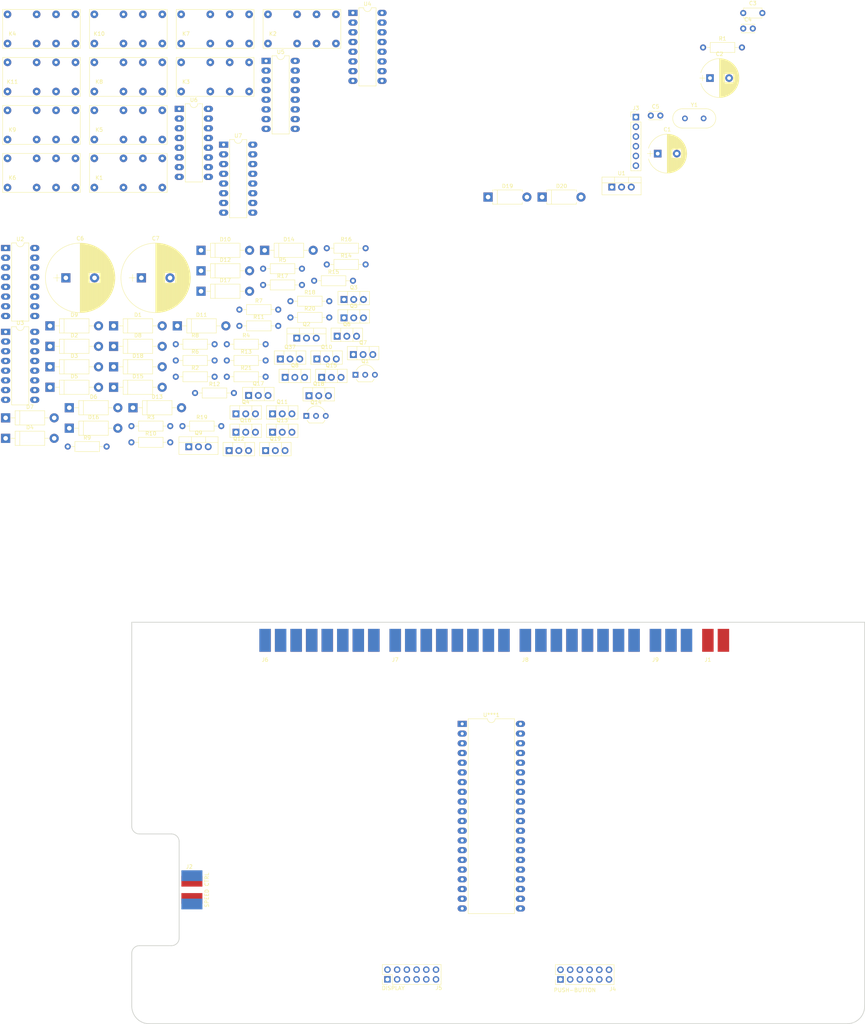
<source format=kicad_pcb>
(kicad_pcb (version 20221018) (generator pcbnew)
  (layers (0 "F.Cu" signal) (31 "B.Cu" signal) (34 "B.Paste" user) (35 "F.Paste" user) (36 "B.SilkS" user "B.Silkscreen") (37 "F.SilkS" user "F.Silkscreen") (38 "B.Mask" user) (39 "F.Mask" user) (44 "Edge.Cuts" user))
  (net 0 "")
  (net 1 "+12V")
  (net 2 "GND")
  (net 3 "+5V")
  (net 4 "Net-(C4-Pad1)")
  (net 5 "Net-(C5-Pad1)")
  (net 6 "Net-(C6-Pad1)")
  (net 7 "Net-(C7-Pad1)")
  (net 8 "/Points Control/POINTS[B1]-COIL")
  (net 9 "/Points Control/POINTS[F1]-COIL")
  (net 10 "/Points Control/POINTS[B2]-COIL")
  (net 11 "/Points Control/POINTS[F2]-COIL")
  (net 12 "/Points Control/POINTS[B3]-COIL")
  (net 13 "/Points Control/POINTS[F3]-COIL")
  (net 14 "/Points Control/POINTS[B4]-COIL")
  (net 15 "/Points Control/POINTS[F4]-COIL")
  (net 16 "/Points Control/POINTS[B5]-COIL")
  (net 17 "/Points Control/POINTS[F5]-COIL")
  (net 18 "/Points Control/POINTS[B6]-COIL")
  (net 19 "/Points Control/POINTS[F6]-COIL")
  (net 20 "/Points Control/POINTS[B7]-COIL")
  (net 21 "/Points Control/POINTS[F7]-COIL")
  (net 22 "/Points Control/POINTS[B8]-COIL")
  (net 23 "/Points Control/POINTS[F8]-COIL")
  (net 24 "TRACK+")
  (net 25 "TRACK-")
  (net 26 "Net-(J3-Pad6)")
  (net 27 "ICSPCLK")
  (net 28 "ICSPDAT")
  (net 29 "MCLR")
  (net 30 "/PB6")
  (net 31 "/PB7")
  (net 32 "/PB8")
  (net 33 "/PB9")
  (net 34 "/PB10")
  (net 35 "Net-(J4-Pad7)")
  (net 36 "Net-(J4-Pad6)")
  (net 37 "/PB5")
  (net 38 "/PB4")
  (net 39 "/PB3")
  (net 40 "/PB2")
  (net 41 "/PB1")
  (net 42 "/Points Control/DATA[OUT]")
  (net 43 "DCLK")
  (net 44 "DLAT")
  (net 45 "Net-(J5-Pad6)")
  (net 46 "Net-(J5-Pad7)")
  (net 47 "Net-(J5-Pad9)")
  (net 48 "/AUX1-LED")
  (net 49 "/AUX2-LED")
  (net 50 "/Feed Relays/FEED[D-]")
  (net 51 "/Feed Relays/FEED[D+]")
  (net 52 "/Feed Relays/FEED[C-]")
  (net 53 "/Feed Relays/FEED[C+]")
  (net 54 "/Feed Relays/FEED[A-]")
  (net 55 "/Feed Relays/FEED[A+]")
  (net 56 "/Feed Relays/FEED[E+]")
  (net 57 "/Feed Relays/FEED[F+]")
  (net 58 "/Feed Relays/FEED[G+]")
  (net 59 "/Feed Relays/FEED[H+]")
  (net 60 "/Feed Relays/AUX[1]")
  (net 61 "/Feed Relays/AUX[2]")
  (net 62 "Net-(J7-Pad14)")
  (net 63 "/HALL[G]")
  (net 64 "/HALL[F]")
  (net 65 "/HALL[E]")
  (net 66 "Net-(J7-Pad15)")
  (net 67 "Net-(J7-Pad16)")
  (net 68 "/Feed Relays/FEED[B+]")
  (net 69 "/Feed Relays/FEED[B-]")
  (net 70 "/Feed Relays/FEED[I-]")
  (net 71 "Net-(J8-Pad8)")
  (net 72 "Net-(J9-Pad3)")
  (net 73 "Net-(K1-Pad8)")
  (net 74 "Net-(K1-Pad7)")
  (net 75 "Net-(K1-Pad2)")
  (net 76 "Net-(K2-Pad8)")
  (net 77 "Net-(K2-Pad7)")
  (net 78 "Net-(K2-Pad2)")
  (net 79 "Net-(K3-Pad2)")
  (net 80 "Net-(K3-Pad7)")
  (net 81 "Net-(K3-Pad8)")
  (net 82 "Net-(K4-Pad2)")
  (net 83 "Net-(K4-Pad7)")
  (net 84 "Net-(K4-Pad8)")
  (net 85 "Net-(K5-Pad2)")
  (net 86 "Net-(K5-Pad7)")
  (net 87 "Net-(K5-Pad8)")
  (net 88 "Net-(K6-Pad8)")
  (net 89 "Net-(K6-Pad7)")
  (net 90 "Net-(K6-Pad2)")
  (net 91 "Net-(K7-Pad8)")
  (net 92 "Net-(K7-Pad7)")
  (net 93 "Net-(K7-Pad2)")
  (net 94 "Net-(K8-Pad8)")
  (net 95 "Net-(K8-Pad7)")
  (net 96 "Net-(K8-Pad2)")
  (net 97 "Net-(K9-Pad2)")
  (net 98 "Net-(K9-Pad7)")
  (net 99 "Net-(K9-Pad8)")
  (net 100 "Net-(K10-Pad2)")
  (net 101 "Net-(K10-Pad7)")
  (net 102 "Net-(K10-Pad8)")
  (net 103 "Net-(K11-Pad8)")
  (net 104 "Net-(K11-Pad7)")
  (net 105 "Net-(K11-Pad2)")
  (net 106 "Net-(Q1-Pad2)")
  (net 107 "Net-(Q1-Pad1)")
  (net 108 "Net-(Q2-Pad1)")
  (net 109 "TANK-DUMP")
  (net 110 "Net-(Q3-Pad1)")
  (net 111 "Net-(Q4-Pad1)")
  (net 112 "Net-(Q5-Pad1)")
  (net 113 "Net-(Q6-Pad1)")
  (net 114 "Net-(Q7-Pad1)")
  (net 115 "Net-(Q8-Pad1)")
  (net 116 "Net-(Q9-Pad1)")
  (net 117 "Net-(Q10-Pad1)")
  (net 118 "Net-(Q11-Pad1)")
  (net 119 "Net-(Q12-Pad1)")
  (net 120 "Net-(Q13-Pad1)")
  (net 121 "Net-(Q14-Pad1)")
  (net 122 "Net-(Q14-Pad2)")
  (net 123 "Net-(Q15-Pad1)")
  (net 124 "Net-(Q16-Pad1)")
  (net 125 "Net-(Q17-Pad1)")
  (net 126 "Net-(Q18-Pad1)")
  (net 127 "Net-(Q19-Pad1)")
  (net 128 "Net-(Q37-Pad1)")
  (net 129 "/Points Control/TANK[1]")
  (net 130 "/Points Control/PB1")
  (net 131 "/Points Control/PF1")
  (net 132 "/Points Control/PB2")
  (net 133 "/Points Control/PF2")
  (net 134 "/Points Control/TANK[2]")
  (net 135 "/Points Control/PB3")
  (net 136 "/Points Control/PF3")
  (net 137 "/Points Control/PB4")
  (net 138 "/Points Control/PF4")
  (net 139 "/Points Control/PB5")
  (net 140 "/Points Control/PF5")
  (net 141 "/Points Control/PB6")
  (net 142 "/Points Control/PF6")
  (net 143 "/Points Control/PB7")
  (net 144 "/Points Control/PF7")
  (net 145 "/Points Control/PB8")
  (net 146 "/Points Control/PF8")
  (net 147 "Net-(U2-Pad9)")
  (net 148 "/Points Control/DATA[IN]")
  (net 149 "Net-(U4-Pad15)")
  (net 150 "Net-(U4-Pad7)")
  (net 151 "/Feed Relays/DATA[IN]")
  (net 152 "Net-(U4-Pad6)")
  (net 153 "Net-(U4-Pad5)")
  (net 154 "Net-(U4-Pad4)")
  (net 155 "Net-(U4-Pad3)")
  (net 156 "Net-(U4-Pad2)")
  (net 157 "Net-(U4-Pad9)")
  (net 158 "Net-(U4-Pad1)")
  (net 159 "Net-(U5-Pad1)")
  (net 160 "Net-(U5-Pad2)")
  (net 161 "Net-(U5-Pad3)")
  (net 162 "Net-(U5-Pad4)")
  (net 163 "Net-(U5-Pad5)")
  (net 164 "/Feed Relays/SR1-SPARE5")
  (net 165 "/Feed Relays/SR1-SPARE6")
  (net 166 "Net-(U5-Pad15)")
  (net 167 "Net-(U7-Pad10)")
  (net 168 "Net-(U7-Pad11)")
  (net 169 "Net-(U7-Pad14)")
  (net 170 "Net-(U***1-Pad38)")
  (net 171 "Net-(U***1-Pad18)")
  (net 172 "Net-(U***1-Pad37)")
  (net 173 "Net-(U***1-Pad36)")
  (net 174 "Net-(U***1-Pad35)")
  (net 175 "Net-(U***1-Pad10)")
  (net 176 "Net-(U***1-Pad7)")
  (net 177 "Net-(U***1-Pad6)")
  (net 178 "Net-(U***1-Pad5)")
  (net 179 "Net-(U***1-Pad24)")
  (net 180 "Net-(U***1-Pad23)")
  (footprint "Capacitors_THT:CP_Radial_D10.0mm_P5.00mm" (layer "F.Cu") (at 188.545001 -83.544999)
    (fp_text reference "C1" (at 2.5 -6.31) (layer "F.SilkS"))
    (fp_text value "470uF")
    (pad "1" thru_hole rect (at 0 0) (size 2 2) (drill 1) (layers "*.Cu" "*.Mask") (net 1 "+12V"))
    (pad "2" thru_hole circle (at 5 0) (size 2 2) (drill 1) (layers "*.Cu" "*.Mask") (net 2 "GND"))
  )
  (footprint "Capacitors_THT:CP_Radial_D10.0mm_P5.00mm" (layer "F.Cu") (at 202.225001 -103.294999)
    (fp_text reference "C2" (at 2.5 -6.31) (layer "F.SilkS"))
    (fp_text value "470uF")
    (pad "1" thru_hole rect (at 0 0) (size 2 2) (drill 1) (layers "*.Cu" "*.Mask") (net 3 "+5V"))
    (pad "2" thru_hole circle (at 5 0) (size 2 2) (drill 1) (layers "*.Cu" "*.Mask") (net 2 "GND"))
  )
  (footprint "Capacitors_THT:C_Disc_D4.7mm_W2.5mm_P5.00mm" (layer "F.Cu") (at 210.925001 -120.294999)
    (fp_text reference "C3" (at 2.5 -2.56) (layer "F.SilkS"))
    (fp_text value "10nF")
    (pad "1" thru_hole circle (at 0 0) (size 1.6 1.6) (drill 0.8) (layers "*.Cu" "*.Mask") (net 3 "+5V"))
    (pad "2" thru_hole circle (at 5 0) (size 1.6 1.6) (drill 0.8) (layers "*.Cu" "*.Mask") (net 2 "GND"))
  )
  (footprint "Capacitors_THT:C_Disc_D3.4mm_W2.1mm_P2.50mm" (layer "F.Cu") (at 210.925001 -116.244999)
    (fp_text reference "C4" (at 1.25 -2.36) (layer "F.SilkS"))
    (fp_text value "33pF")
    (pad "1" thru_hole circle (at 0 0) (size 1.6 1.6) (drill 0.8) (layers "*.Cu" "*.Mask") (net 4 "Net-(C4-Pad1)"))
    (pad "2" thru_hole circle (at 2.5 0) (size 1.6 1.6) (drill 0.8) (layers "*.Cu" "*.Mask") (net 2 "GND"))
  )
  (footprint "Capacitors_THT:C_Disc_D3.4mm_W2.1mm_P2.50mm" (layer "F.Cu") (at 186.745001 -93.494999)
    (fp_text reference "C5" (at 1.25 -2.36) (layer "F.SilkS"))
    (fp_text value "33pF")
    (pad "1" thru_hole circle (at 0 0) (size 1.6 1.6) (drill 0.8) (layers "*.Cu" "*.Mask") (net 5 "Net-(C5-Pad1)"))
    (pad "2" thru_hole circle (at 2.5 0) (size 1.6 1.6) (drill 0.8) (layers "*.Cu" "*.Mask") (net 2 "GND"))
  )
  (footprint "Capacitors_THT:CP_Radial_D18.0mm_P7.50mm" (layer "F.Cu") (at 33.735001 -51.064999)
    (fp_text reference "C6" (at 3.75 -10.31) (layer "F.SilkS"))
    (fp_text value "4700uF")
    (pad "1" thru_hole rect (at 0 0) (size 2.4 2.4) (drill 1.2) (layers "*.Cu" "*.Mask") (net 6 "Net-(C6-Pad1)"))
    (pad "2" thru_hole circle (at 7.5 0) (size 2.4 2.4) (drill 1.2) (layers "*.Cu" "*.Mask") (net 2 "GND"))
  )
  (footprint "Capacitors_THT:CP_Radial_D18.0mm_P7.50mm" (layer "F.Cu") (at 53.485001 -51.064999)
    (fp_text reference "C7" (at 3.75 -10.31) (layer "F.SilkS"))
    (fp_text value "4700uF")
    (pad "1" thru_hole rect (at 0 0) (size 2.4 2.4) (drill 1.2) (layers "*.Cu" "*.Mask") (net 7 "Net-(C7-Pad1)"))
    (pad "2" thru_hole circle (at 7.5 0) (size 2.4 2.4) (drill 1.2) (layers "*.Cu" "*.Mask") (net 2 "GND"))
  )
  (footprint "Diodes_THT:D_DO-15_P12.70mm_Horizontal" (layer "F.Cu") (at 46.235001 -38.514999)
    (fp_text reference "D1" (at 6.35 -2.86) (layer "F.SilkS"))
    (fp_text value "1N4001")
    (pad "1" thru_hole rect (at 0 0) (size 2.4 2.4) (drill 1.2) (layers "*.Cu" "*.Mask") (net 6 "Net-(C6-Pad1)"))
    (pad "2" thru_hole oval (at 12.7 0) (size 2.4 2.4) (drill 1.2) (layers "*.Cu" "*.Mask") (net 1 "+12V"))
  )
  (footprint "Diodes_THT:D_DO-15_P12.70mm_Horizontal" (layer "F.Cu") (at 29.585001 -33.164999)
    (fp_text reference "D2" (at 6.35 -2.86) (layer "F.SilkS"))
    (fp_text value "1N4001")
    (pad "1" thru_hole rect (at 0 0) (size 2.4 2.4) (drill 1.2) (layers "*.Cu" "*.Mask") (net 8 "/Points Control/POINTS[B1]-COIL"))
    (pad "2" thru_hole oval (at 12.7 0) (size 2.4 2.4) (drill 1.2) (layers "*.Cu" "*.Mask") (net 2 "GND"))
  )
  (footprint "Diodes_THT:D_DO-15_P12.70mm_Horizontal" (layer "F.Cu") (at 29.585001 -27.814999)
    (fp_text reference "D3" (at 6.35 -2.86) (layer "F.SilkS"))
    (fp_text value "1N4001")
    (pad "1" thru_hole rect (at 0 0) (size 2.4 2.4) (drill 1.2) (layers "*.Cu" "*.Mask") (net 9 "/Points Control/POINTS[F1]-COIL"))
    (pad "2" thru_hole oval (at 12.7 0) (size 2.4 2.4) (drill 1.2) (layers "*.Cu" "*.Mask") (net 2 "GND"))
  )
  (footprint "Diodes_THT:D_DO-15_P12.70mm_Horizontal" (layer "F.Cu") (at 17.985001 -9.114999)
    (fp_text reference "D4" (at 6.35 -2.86) (layer "F.SilkS"))
    (fp_text value "1N4001")
    (pad "1" thru_hole rect (at 0 0) (size 2.4 2.4) (drill 1.2) (layers "*.Cu" "*.Mask") (net 7 "Net-(C7-Pad1)"))
    (pad "2" thru_hole oval (at 12.7 0) (size 2.4 2.4) (drill 1.2) (layers "*.Cu" "*.Mask") (net 1 "+12V"))
  )
  (footprint "Diodes_THT:D_DO-15_P12.70mm_Horizontal" (layer "F.Cu") (at 29.585001 -22.464999)
    (fp_text reference "D5" (at 6.35 -2.86) (layer "F.SilkS"))
    (fp_text value "1N4001")
    (pad "1" thru_hole rect (at 0 0) (size 2.4 2.4) (drill 1.2) (layers "*.Cu" "*.Mask") (net 10 "/Points Control/POINTS[B2]-COIL"))
    (pad "2" thru_hole oval (at 12.7 0) (size 2.4 2.4) (drill 1.2) (layers "*.Cu" "*.Mask") (net 2 "GND"))
  )
  (footprint "Diodes_THT:D_DO-15_P12.70mm_Horizontal" (layer "F.Cu") (at 34.635001 -17.114999)
    (fp_text reference "D6" (at 6.35 -2.86) (layer "F.SilkS"))
    (fp_text value "1N4001")
    (pad "1" thru_hole rect (at 0 0) (size 2.4 2.4) (drill 1.2) (layers "*.Cu" "*.Mask") (net 11 "/Points Control/POINTS[F2]-COIL"))
    (pad "2" thru_hole oval (at 12.7 0) (size 2.4 2.4) (drill 1.2) (layers "*.Cu" "*.Mask") (net 2 "GND"))
  )
  (footprint "Diodes_THT:D_DO-15_P12.70mm_Horizontal" (layer "F.Cu") (at 17.985001 -14.464999)
    (fp_text reference "D7" (at 6.35 -2.86) (layer "F.SilkS"))
    (fp_text value "1N4001")
    (pad "1" thru_hole rect (at 0 0) (size 2.4 2.4) (drill 1.2) (layers "*.Cu" "*.Mask") (net 12 "/Points Control/POINTS[B3]-COIL"))
    (pad "2" thru_hole oval (at 12.7 0) (size 2.4 2.4) (drill 1.2) (layers "*.Cu" "*.Mask") (net 2 "GND"))
  )
  (footprint "Diodes_THT:D_DO-15_P12.70mm_Horizontal" (layer "F.Cu") (at 46.235001 -33.164999)
    (fp_text reference "D8" (at 6.35 -2.86) (layer "F.SilkS"))
    (fp_text value "1N4001")
    (pad "1" thru_hole rect (at 0 0) (size 2.4 2.4) (drill 1.2) (layers "*.Cu" "*.Mask") (net 13 "/Points Control/POINTS[F3]-COIL"))
    (pad "2" thru_hole oval (at 12.7 0) (size 2.4 2.4) (drill 1.2) (layers "*.Cu" "*.Mask") (net 2 "GND"))
  )
  (footprint "Diodes_THT:D_DO-15_P12.70mm_Horizontal" (layer "F.Cu") (at 29.585001 -38.514999)
    (fp_text reference "D9" (at 6.35 -2.86) (layer "F.SilkS"))
    (fp_text value "1N4001")
    (pad "1" thru_hole rect (at 0 0) (size 2.4 2.4) (drill 1.2) (layers "*.Cu" "*.Mask") (net 14 "/Points Control/POINTS[B4]-COIL"))
    (pad "2" thru_hole oval (at 12.7 0) (size 2.4 2.4) (drill 1.2) (layers "*.Cu" "*.Mask") (net 2 "GND"))
  )
  (footprint "Diodes_THT:D_DO-15_P12.70mm_Horizontal" (layer "F.Cu") (at 69.085001 -58.264999)
    (fp_text reference "D10" (at 6.35 -2.86) (layer "F.SilkS"))
    (fp_text value "1N4001")
    (pad "1" thru_hole rect (at 0 0) (size 2.4 2.4) (drill 1.2) (layers "*.Cu" "*.Mask") (net 15 "/Points Control/POINTS[F4]-COIL"))
    (pad "2" thru_hole oval (at 12.7 0) (size 2.4 2.4) (drill 1.2) (layers "*.Cu" "*.Mask") (net 2 "GND"))
  )
  (footprint "Diodes_THT:D_DO-15_P12.70mm_Horizontal" (layer "F.Cu") (at 62.885001 -38.514999)
    (fp_text reference "D11" (at 6.35 -2.86) (layer "F.SilkS"))
    (fp_text value "1N4001")
    (pad "1" thru_hole rect (at 0 0) (size 2.4 2.4) (drill 1.2) (layers "*.Cu" "*.Mask") (net 16 "/Points Control/POINTS[B5]-COIL"))
    (pad "2" thru_hole oval (at 12.7 0) (size 2.4 2.4) (drill 1.2) (layers "*.Cu" "*.Mask") (net 2 "GND"))
  )
  (footprint "Diodes_THT:D_DO-15_P12.70mm_Horizontal" (layer "F.Cu") (at 69.085001 -52.914999)
    (fp_text reference "D12" (at 6.35 -2.86) (layer "F.SilkS"))
    (fp_text value "1N4001")
    (pad "1" thru_hole rect (at 0 0) (size 2.4 2.4) (drill 1.2) (layers "*.Cu" "*.Mask") (net 17 "/Points Control/POINTS[F5]-COIL"))
    (pad "2" thru_hole oval (at 12.7 0) (size 2.4 2.4) (drill 1.2) (layers "*.Cu" "*.Mask") (net 2 "GND"))
  )
  (footprint "Diodes_THT:D_DO-15_P12.70mm_Horizontal" (layer "F.Cu") (at 51.285001 -17.114999)
    (fp_text reference "D13" (at 6.35 -2.86) (layer "F.SilkS"))
    (fp_text value "1N4001")
    (pad "1" thru_hole rect (at 0 0) (size 2.4 2.4) (drill 1.2) (layers "*.Cu" "*.Mask") (net 18 "/Points Control/POINTS[B6]-COIL"))
    (pad "2" thru_hole oval (at 12.7 0) (size 2.4 2.4) (drill 1.2) (layers "*.Cu" "*.Mask") (net 2 "GND"))
  )
  (footprint "Diodes_THT:D_DO-15_P12.70mm_Horizontal" (layer "F.Cu") (at 85.735001 -58.264999)
    (fp_text reference "D14" (at 6.35 -2.86) (layer "F.SilkS"))
    (fp_text value "1N4001")
    (pad "1" thru_hole rect (at 0 0) (size 2.4 2.4) (drill 1.2) (layers "*.Cu" "*.Mask") (net 19 "/Points Control/POINTS[F6]-COIL"))
    (pad "2" thru_hole oval (at 12.7 0) (size 2.4 2.4) (drill 1.2) (layers "*.Cu" "*.Mask") (net 2 "GND"))
  )
  (footprint "Diodes_THT:D_DO-15_P12.70mm_Horizontal" (layer "F.Cu") (at 46.235001 -22.464999)
    (fp_text reference "D15" (at 6.35 -2.86) (layer "F.SilkS"))
    (fp_text value "1N4001")
    (pad "1" thru_hole rect (at 0 0) (size 2.4 2.4) (drill 1.2) (layers "*.Cu" "*.Mask") (net 20 "/Points Control/POINTS[B7]-COIL"))
    (pad "2" thru_hole oval (at 12.7 0) (size 2.4 2.4) (drill 1.2) (layers "*.Cu" "*.Mask") (net 2 "GND"))
  )
  (footprint "Diodes_THT:D_DO-15_P12.70mm_Horizontal" (layer "F.Cu") (at 34.635001 -11.764999)
    (fp_text reference "D16" (at 6.35 -2.86) (layer "F.SilkS"))
    (fp_text value "1N4001")
    (pad "1" thru_hole rect (at 0 0) (size 2.4 2.4) (drill 1.2) (layers "*.Cu" "*.Mask") (net 21 "/Points Control/POINTS[F7]-COIL"))
    (pad "2" thru_hole oval (at 12.7 0) (size 2.4 2.4) (drill 1.2) (layers "*.Cu" "*.Mask") (net 2 "GND"))
  )
  (footprint "Diodes_THT:D_DO-15_P12.70mm_Horizontal" (layer "F.Cu") (at 69.085001 -47.564999)
    (fp_text reference "D17" (at 6.35 -2.86) (layer "F.SilkS"))
    (fp_text value "1N4001")
    (pad "1" thru_hole rect (at 0 0) (size 2.4 2.4) (drill 1.2) (layers "*.Cu" "*.Mask") (net 22 "/Points Control/POINTS[B8]-COIL"))
    (pad "2" thru_hole oval (at 12.7 0) (size 2.4 2.4) (drill 1.2) (layers "*.Cu" "*.Mask") (net 2 "GND"))
  )
  (footprint "Diodes_THT:D_DO-15_P12.70mm_Horizontal" (layer "F.Cu") (at 46.235001 -27.814999)
    (fp_text reference "D18" (at 6.35 -2.86) (layer "F.SilkS"))
    (fp_text value "1N4001")
    (pad "1" thru_hole rect (at 0 0) (size 2.4 2.4) (drill 1.2) (layers "*.Cu" "*.Mask") (net 23 "/Points Control/POINTS[F8]-COIL"))
    (pad "2" thru_hole oval (at 12.7 0) (size 2.4 2.4) (drill 1.2) (layers "*.Cu" "*.Mask") (net 2 "GND"))
  )
  (footprint "Diodes_THT:D_DO-15_P10.16mm_Horizontal" (layer "F.Cu") (at 144.175001 -72.184999)
    (fp_text reference "D19" (at 5.08 -2.86) (layer "F.SilkS"))
    (fp_text value "12V")
    (pad "1" thru_hole rect (at 0 0) (size 2.4 2.4) (drill 1.2) (layers "*.Cu" "*.Mask") (net 1 "+12V"))
    (pad "2" thru_hole oval (at 10.16 0) (size 2.4 2.4) (drill 1.2) (layers "*.Cu" "*.Mask") (net 2 "GND"))
  )
  (footprint "Diodes_THT:D_DO-15_P10.16mm_Horizontal" (layer "F.Cu") (at 158.325001 -72.184999)
    (fp_text reference "D20" (at 5.08 -2.86) (layer "F.SilkS"))
    (fp_text value "5V")
    (pad "1" thru_hole rect (at 0 0) (size 2.4 2.4) (drill 1.2) (layers "*.Cu" "*.Mask") (net 3 "+5V"))
    (pad "2" thru_hole oval (at 10.16 0) (size 2.4 2.4) (drill 1.2) (layers "*.Cu" "*.Mask") (net 2 "GND"))
  )
  (footprint "carnivalben:Wire_Pads_Edge_1x2" (layer "F.Cu") (at 201.676 43.688)
    (fp_text reference "J1" (at 0 5.08) (layer "F.SilkS"))
    (fp_text value "PSU IN")
    (pad "1" smd rect (at 0 0) (size 3 6) (layers "F.Cu" "F.Paste" "F.Mask") (net 2 "GND"))
    (pad "2" smd rect (at 4.064 0) (size 3 6) (layers "F.Cu" "F.Paste" "F.Mask") (net 1 "+12V"))
  )
  (footprint "carnivalben:DIN_Socket_Edge_Solder_4pin" (layer "F.Cu") (at 62.9572 108.9172 -90)
    (fp_text reference "J2" (at -6.0472 -3.0828 180) (layer "F.SilkS"))
    (fp_text value "SPEED CTRL" (at 0.0488 -7.6548 90) (layer "F.SilkS"))
    (pad "1" smd rect (at 3.3 -1 270) (size 2.8 5.5) (drill (offset 0.4 -2.75)) (layers "B.Cu" "F.Paste" "F.Mask") (net 2 "GND"))
    (pad "2" smd rect (at -3.3 -1 270) (size 2.8 5.5) (drill (offset -0.4 -2.75)) (layers "B.Cu" "F.Paste" "F.Mask") (net 25 "TRACK-"))
    (pad "3" smd rect (at 1.85 -1 270) (size 2.8 5.5) (drill (offset 0.4 -2.75)) (layers "F.Cu" "F.Paste" "F.Mask") (net 24 "TRACK+"))
    (pad "4" smd rect (at -1.85 -1 270) (size 2.8 5.5) (drill (offset -0.4 -2.75)) (layers "F.Cu" "F.Paste" "F.Mask") (net 1 "+12V"))
  )
  (footprint "Pin_Headers:Pin_Header_Straight_1x06_Pitch2.54mm" (layer "F.Cu") (at 182.845001 -93.094999)
    (fp_text reference "J3" (at 0 -2.33) (layer "F.SilkS"))
    (fp_text value "ICSP")
    (pad "1" thru_hole rect (at 0 0) (size 1.7 1.7) (drill 1) (layers "*.Cu" "*.Mask") (net 29 "MCLR"))
    (pad "2" thru_hole oval (at 0 2.54) (size 1.7 1.7) (drill 1) (layers "*.Cu" "*.Mask") (net 3 "+5V"))
    (pad "3" thru_hole oval (at 0 5.08) (size 1.7 1.7) (drill 1) (layers "*.Cu" "*.Mask") (net 2 "GND"))
    (pad "4" thru_hole oval (at 0 7.62) (size 1.7 1.7) (drill 1) (layers "*.Cu" "*.Mask") (net 28 "ICSPDAT"))
    (pad "5" thru_hole oval (at 0 10.16) (size 1.7 1.7) (drill 1) (layers "*.Cu" "*.Mask") (net 27 "ICSPCLK"))
    (pad "6" thru_hole oval (at 0 12.7) (size 1.7 1.7) (drill 1) (layers "*.Cu" "*.Mask") (net 26 "Net-(J3-Pad6)"))
  )
  (footprint "Pin_Headers:Pin_Header_Straight_2x06_Pitch2.54mm" (layer "F.Cu") (at 117.85854 132.3213 90)
    (fp_text reference "J5" (at -2.23266 13.41882 180) (layer "F.SilkS"))
    (fp_text value "DISPLAY" (at -2.2987 1.52146 180) (layer "F.SilkS"))
    (pad "1" thru_hole rect (at 0 0 90) (size 1.7 1.7) (drill 1) (layers "*.Cu" "*.Mask") (net 1 "+12V"))
    (pad "2" thru_hole oval (at 2.54 0 90) (size 1.7 1.7) (drill 1) (layers "*.Cu" "*.Mask") (net 42 "/Points Control/DATA[OUT]"))
    (pad "3" thru_hole oval (at 0 2.54 90) (size 1.7 1.7) (drill 1) (layers "*.Cu" "*.Mask") (net 43 "DCLK"))
    (pad "4" thru_hole oval (at 2.54 2.54 90) (size 1.7 1.7) (drill 1) (layers "*.Cu" "*.Mask") (net 3 "+5V"))
    (pad "5" thru_hole oval (at 0 5.08 90) (size 1.7 1.7) (drill 1) (layers "*.Cu" "*.Mask") (net 44 "DLAT"))
    (pad "6" thru_hole oval (at 2.54 5.08 90) (size 1.7 1.7) (drill 1) (layers "*.Cu" "*.Mask") (net 45 "Net-(J5-Pad6)"))
    (pad "7" thru_hole oval (at 0 7.62 90) (size 1.7 1.7) (drill 1) (layers "*.Cu" "*.Mask") (net 46 "Net-(J5-Pad7)"))
    (pad "8" thru_hole oval (at 2.54 7.62 90) (size 1.7 1.7) (drill 1) (layers "*.Cu" "*.Mask") (net 2 "GND"))
    (pad "9" thru_hole oval (at 0 10.16 90) (size 1.7 1.7) (drill 1) (layers "*.Cu" "*.Mask") (net 47 "Net-(J5-Pad9)"))
    (pad "10" thru_hole oval (at 2.54 10.16 90) (size 1.7 1.7) (drill 1) (layers "*.Cu" "*.Mask") (net 49 "/AUX2-LED"))
    (pad "11" thru_hole oval (at 0 12.7 90) (size 1.7 1.7) (drill 1) (layers "*.Cu" "*.Mask") (net 48 "/AUX1-LED"))
    (pad "12" thru_hole oval (at 2.54 12.7 90) (size 1.7 1.7) (drill 1) (layers "*.Cu" "*.Mask") (net 3 "+5V"))
  )
  (footprint "carnivalben:Wire_Pads_Edge_2x8" (layer "F.Cu") (at 85.852 43.688)
    (fp_text reference "J6" (at 0 5.08) (layer "F.SilkS"))
    (fp_text value "CONN-L1")
    (pad "1" smd rect (at 0 0) (size 3 6) (layers "F.Cu" "F.Paste" "F.Mask") (net 55 "/Feed Relays/FEED[A+]"))
    (pad "2" smd rect (at 4.064 0) (size 3 6) (layers "F.Cu" "F.Paste" "F.Mask") (net 54 "/Feed Relays/FEED[A-]"))
    (pad "3" smd rect (at 8.128 0) (size 3 6) (layers "F.Cu" "F.Paste" "F.Mask") (net 53 "/Feed Relays/FEED[C+]"))
    (pad "4" smd rect (at 12.192 0) (size 3 6) (layers "F.Cu" "F.Paste" "F.Mask") (net 52 "/Feed Relays/FEED[C-]"))
    (pad "5" smd rect (at 16.256 0) (size 3 6) (layers "F.Cu" "F.Paste" "F.Mask") (net 51 "/Feed Relays/FEED[D+]"))
    (pad "6" smd rect (at 20.32 0) (size 3 6) (layers "F.Cu" "F.Paste" "F.Mask") (net 50 "/Feed Relays/FEED[D-]"))
    (pad "7" smd rect (at 24.384 0) (size 3 6) (layers "F.Cu" "F.Paste" "F.Mask") (net 2 "GND"))
    (pad "8" smd rect (at 28.448 0) (size 3 6) (layers "F.Cu" "F.Paste" "F.Mask") (net 2 "GND"))
    (pad "9" smd rect (at 28.448 0) (size 3 6) (layers "B.Cu" "F.Paste" "F.Mask") (net 23 "/Points Control/POINTS[F8]-COIL"))
    (pad "10" smd rect (at 24.384 0) (size 3 6) (layers "B.Cu" "F.Paste" "F.Mask") (net 22 "/Points Control/POINTS[B8]-COIL"))
    (pad "11" smd rect (at 20.32 0) (size 3 6) (layers "B.Cu" "F.Paste" "F.Mask") (net 21 "/Points Control/POINTS[F7]-COIL"))
    (pad "12" smd rect (at 16.256 0) (size 3 6) (layers "B.Cu" "F.Paste" "F.Mask") (net 20 "/Points Control/POINTS[B7]-COIL"))
    (pad "13" smd rect (at 12.192 0) (size 3 6) (layers "B.Cu" "F.Paste" "F.Mask") (net 19 "/Points Control/POINTS[F6]-COIL"))
    (pad "14" smd rect (at 8.128 0) (size 3 6) (layers "B.Cu" "F.Paste" "F.Mask") (net 18 "/Points Control/POINTS[B6]-COIL"))
    (pad "15" smd rect (at 4.064 0) (size 3 6) (layers "B.Cu" "F.Paste" "F.Mask") (net 17 "/Points Control/POINTS[F5]-COIL"))
    (pad "16" smd rect (at 0 0) (size 3 6) (layers "B.Cu" "F.Paste" "F.Mask") (net 16 "/Points Control/POINTS[B5]-COIL"))
  )
  (footprint "carnivalben:Wire_Pads_Edge_2x8" (layer "F.Cu") (at 119.888 43.688)
    (fp_text reference "J7" (at 0 5.08) (layer "F.SilkS"))
    (fp_text value "CONN-L2")
    (pad "1" smd rect (at 0 0) (size 3 6) (layers "F.Cu" "F.Paste" "F.Mask") (net 56 "/Feed Relays/FEED[E+]"))
    (pad "2" smd rect (at 4.064 0) (size 3 6) (layers "F.Cu" "F.Paste" "F.Mask") (net 57 "/Feed Relays/FEED[F+]"))
    (pad "3" smd rect (at 8.128 0) (size 3 6) (layers "F.Cu" "F.Paste" "F.Mask") (net 58 "/Feed Relays/FEED[G+]"))
    (pad "4" smd rect (at 12.192 0) (size 3 6) (layers "F.Cu" "F.Paste" "F.Mask") (net 59 "/Feed Relays/FEED[H+]"))
    (pad "5" smd rect (at 16.256 0) (size 3 6) (layers "F.Cu" "F.Paste" "F.Mask") (net 60 "/Feed Relays/AUX[1]"))
    (pad "6" smd rect (at 20.32 0) (size 3 6) (layers "F.Cu" "F.Paste" "F.Mask") (net 61 "/Feed Relays/AUX[2]"))
    (pad "7" smd rect (at 24.384 0) (size 3 6) (layers "F.Cu" "F.Paste" "F.Mask") (net 2 "GND"))
    (pad "8" smd rect (at 28.448 0) (size 3 6) (layers "F.Cu" "F.Paste" "F.Mask") (net 2 "GND"))
    (pad "9" smd rect (at 28.448 0) (size 3 6) (layers "B.Cu" "F.Paste" "F.Mask") (net 2 "GND"))
    (pad "10" smd rect (at 24.384 0) (size 3 6) (layers "B.Cu" "F.Paste" "F.Mask") (net 63 "/HALL[G]"))
    (pad "11" smd rect (at 20.32 0) (size 3 6) (layers "B.Cu" "F.Paste" "F.Mask") (net 64 "/HALL[F]"))
    (pad "12" smd rect (at 16.256 0) (size 3 6) (layers "B.Cu" "F.Paste" "F.Mask") (net 65 "/HALL[E]"))
    (pad "13" smd rect (at 12.192 0) (size 3 6) (layers "B.Cu" "F.Paste" "F.Mask") (net 3 "+5V"))
    (pad "14" smd rect (at 8.128 0) (size 3 6) (layers "B.Cu" "F.Paste" "F.Mask") (net 62 "Net-(J7-Pad14)"))
    (pad "15" smd rect (at 4.064 0) (size 3 6) (layers "B.Cu" "F.Paste" "F.Mask") (net 66 "Net-(J7-Pad15)"))
    (pad "16" smd rect (at 0 0) (size 3 6) (layers "B.Cu" "F.Paste" "F.Mask") (net 67 "Net-(J7-Pad16)"))
  )
  (footprint "carnivalben:Wire_Pads_Edge_2x8" (layer "F.Cu") (at 153.924 43.688)
    (fp_text reference "J8" (at 0 5.08) (layer "F.SilkS"))
    (fp_text value "CONN-R1")
    (pad "1" smd rect (at 0 0) (size 3 6) (layers "F.Cu" "F.Paste" "F.Mask") (net 55 "/Feed Relays/FEED[A+]"))
    (pad "2" smd rect (at 4.064 0) (size 3 6) (layers "F.Cu" "F.Paste" "F.Mask") (net 68 "/Feed Relays/FEED[B+]"))
    (pad "3" smd rect (at 8.128 0) (size 3 6) (layers "F.Cu" "F.Paste" "F.Mask") (net 69 "/Feed Relays/FEED[B-]"))
    (pad "4" smd rect (at 12.192 0) (size 3 6) (layers "F.Cu" "F.Paste" "F.Mask") (net 53 "/Feed Relays/FEED[C+]"))
    (pad "5" smd rect (at 16.256 0) (size 3 6) (layers "F.Cu" "F.Paste" "F.Mask") (net 52 "/Feed Relays/FEED[C-]"))
    (pad "6" smd rect (at 20.32 0) (size 3 6) (layers "F.Cu" "F.Paste" "F.Mask") (net 50 "/Feed Relays/FEED[D-]"))
    (pad "7" smd rect (at 24.384 0) (size 3 6) (layers "F.Cu" "F.Paste" "F.Mask") (net 70 "/Feed Relays/FEED[I-]"))
    (pad "8" smd rect (at 28.448 0) (size 3 6) (layers "F.Cu" "F.Paste" "F.Mask") (net 71 "Net-(J8-Pad8)"))
    (pad "9" smd rect (at 28.448 0) (size 3 6) (layers "B.Cu" "F.Paste" "F.Mask") (net 15 "/Points Control/POINTS[F4]-COIL"))
    (pad "10" smd rect (at 24.384 0) (size 3 6) (layers "B.Cu" "F.Paste" "F.Mask") (net 14 "/Points Control/POINTS[B4]-COIL"))
    (pad "11" smd rect (at 20.32 0) (size 3 6) (layers "B.Cu" "F.Paste" "F.Mask") (net 13 "/Points Control/POINTS[F3]-COIL"))
    (pad "12" smd rect (at 16.256 0) (size 3 6) (layers "B.Cu" "F.Paste" "F.Mask") (net 12 "/Points Control/POINTS[B3]-COIL"))
    (pad "13" smd rect (at 12.192 0) (size 3 6) (layers "B.Cu" "F.Paste" "F.Mask") (net 11 "/Points Control/POINTS[F2]-COIL"))
    (pad "14" smd rect (at 8.128 0) (size 3 6) (layers "B.Cu" "F.Paste" "F.Mask") (net 10 "/Points Control/POINTS[B2]-COIL"))
    (pad "15" smd rect (at 4.064 0) (size 3 6) (layers "B.Cu" "F.Paste" "F.Mask") (net 9 "/Points Control/POINTS[F1]-COIL"))
    (pad "16" smd rect (at 0 0) (size 3 6) (layers "B.Cu" "F.Paste" "F.Mask") (net 8 "/Points Control/POINTS[B1]-COIL"))
  )
  (footprint "carnivalben:Wire_Pads_Edge_2x3" (layer "F.Cu") (at 187.96 43.688)
    (fp_text reference "J9" (at 0 5.08) (layer "F.SilkS"))
    (fp_text value "CONN-R2")
    (pad "1" smd rect (at 0 0) (size 3 6) (layers "F.Cu" "F.Paste" "F.Mask") (net 60 "/Feed Relays/AUX[1]"))
    (pad "2" smd rect (at 4.064 0) (size 3 6) (layers "F.Cu" "F.Paste" "F.Mask") (net 61 "/Feed Relays/AUX[2]"))
    (pad "3" smd rect (at 8.128 0) (size 3 6) (layers "F.Cu" "F.Paste" "F.Mask") (net 72 "Net-(J9-Pad3)"))
    (pad "4" smd rect (at 8.128 0) (size 3 6) (layers "B.Cu" "F.Paste" "F.Mask") (net 2 "GND"))
    (pad "5" smd rect (at 4.064 0) (size 3 6) (layers "B.Cu" "F.Paste" "F.Mask") (net 2 "GND"))
    (pad "6" smd rect (at 0 0) (size 3 6) (layers "B.Cu" "F.Paste" "F.Mask") (net 2 "GND"))
  )
  (footprint "carnivalben:TRK22X3-XXDC" (layer "F.Cu") (at 41.185001 -82.304999)
    (fp_text reference "K1" (at 1.27 5.08) (layer "F.SilkS"))
    (fp_text value "TRK2233-12DC")
    (pad "1" thru_hole circle (at 0 0) (size 2 2) (drill 0.8) (layers "*.Cu" "*.Mask") (net 1 "+12V"))
    (pad "2" thru_hole circle (at 7.62 0) (size 2 2) (drill 0.8) (layers "*.Cu" "*.Mask") (net 75 "Net-(K1-Pad2)"))
    (pad "3" thru_hole circle (at 12.7 0) (size 2 2) (drill 0.8) (layers "*.Cu" "*.Mask") (net 24 "TRACK+"))
    (pad "4" thru_hole circle (at 17.78 0) (size 2 2) (drill 0.8) (layers "*.Cu" "*.Mask") (net 55 "/Feed Relays/FEED[A+]"))
    (pad "5" thru_hole circle (at 17.78 7.62) (size 2 2) (drill 0.8) (layers "*.Cu" "*.Mask") (net 54 "/Feed Relays/FEED[A-]"))
    (pad "6" thru_hole circle (at 12.7 7.62) (size 2 2) (drill 0.8) (layers "*.Cu" "*.Mask") (net 25 "TRACK-"))
    (pad "7" thru_hole circle (at 7.62 7.62) (size 2 2) (drill 0.8) (layers "*.Cu" "*.Mask") (net 74 "Net-(K1-Pad7)"))
    (pad "8" thru_hole circle (at 0 7.62) (size 2 2) (drill 0.8) (layers "*.Cu" "*.Mask") (net 73 "Net-(K1-Pad8)"))
  )
  (footprint "carnivalben:TRK22X3-XXDC" (layer "F.Cu") (at 86.605001 -119.954999)
    (fp_text reference "K2" (at 1.27 5.08) (layer "F.SilkS"))
    (fp_text value "TRK2233-12DC")
    (pad "1" thru_hole circle (at 0 0) (size 2 2) (drill 0.8) (layers "*.Cu" "*.Mask") (net 1 "+12V"))
    (pad "2" thru_hole circle (at 7.62 0) (size 2 2) (drill 0.8) (layers "*.Cu" "*.Mask") (net 78 "Net-(K2-Pad2)"))
    (pad "3" thru_hole circle (at 12.7 0) (size 2 2) (drill 0.8) (layers "*.Cu" "*.Mask") (net 24 "TRACK+"))
    (pad "4" thru_hole circle (at 17.78 0) (size 2 2) (drill 0.8) (layers "*.Cu" "*.Mask") (net 59 "/Feed Relays/FEED[H+]"))
    (pad "5" thru_hole circle (at 17.78 7.62) (size 2 2) (drill 0.8) (layers "*.Cu" "*.Mask") (net 59 "/Feed Relays/FEED[H+]"))
    (pad "6" thru_hole circle (at 12.7 7.62) (size 2 2) (drill 0.8) (layers "*.Cu" "*.Mask") (net 24 "TRACK+"))
    (pad "7" thru_hole circle (at 7.62 7.62) (size 2 2) (drill 0.8) (layers "*.Cu" "*.Mask") (net 77 "Net-(K2-Pad7)"))
    (pad "8" thru_hole circle (at 0 7.62) (size 2 2) (drill 0.8) (layers "*.Cu" "*.Mask") (net 76 "Net-(K2-Pad8)"))
  )
  (footprint "carnivalben:TRK22X3-XXDC" (layer "F.Cu") (at 63.895001 -107.404999)
    (fp_text reference "K3" (at 1.27 5.08) (layer "F.SilkS"))
    (fp_text value "TRK2233-12DC")
    (pad "1" thru_hole circle (at 0 0) (size 2 2) (drill 0.8) (layers "*.Cu" "*.Mask") (net 1 "+12V"))
    (pad "2" thru_hole circle (at 7.62 0) (size 2 2) (drill 0.8) (layers "*.Cu" "*.Mask") (net 79 "Net-(K3-Pad2)"))
    (pad "3" thru_hole circle (at 12.7 0) (size 2 2) (drill 0.8) (layers "*.Cu" "*.Mask") (net 24 "TRACK+"))
    (pad "4" thru_hole circle (at 17.78 0) (size 2 2) (drill 0.8) (layers "*.Cu" "*.Mask") (net 68 "/Feed Relays/FEED[B+]"))
    (pad "5" thru_hole circle (at 17.78 7.62) (size 2 2) (drill 0.8) (layers "*.Cu" "*.Mask") (net 69 "/Feed Relays/FEED[B-]"))
    (pad "6" thru_hole circle (at 12.7 7.62) (size 2 2) (drill 0.8) (layers "*.Cu" "*.Mask") (net 25 "TRACK-"))
    (pad "7" thru_hole circle (at 7.62 7.62) (size 2 2) (drill 0.8) (layers "*.Cu" "*.Mask") (net 80 "Net-(K3-Pad7)"))
    (pad "8" thru_hole circle (at 0 7.62) (size 2 2) (drill 0.8) (layers "*.Cu" "*.Mask") (net 81 "Net-(K3-Pad8)"))
  )
  (footprint "carnivalben:TRK22X3-XXDC" (layer "F.Cu") (at 18.475001 -119.954999)
    (fp_text reference "K4" (at 1.27 5.08) (layer "F.SilkS"))
    (fp_text value "TRK2233-12DC")
    (pad "1" thru_hole circle (at 0 0) (size 2 2) (drill 0.8) (layers "*.Cu" "*.Mask") (net 1 "+12V"))
    (pad "2" thru_hole circle (at 7.62 0) (size 2 2) (drill 0.8) (layers "*.Cu" "*.Mask") (net 82 "Net-(K4-Pad2)"))
    (pad "3" thru_hole circle (at 12.7 0) (size 2 2) (drill 0.8) (layers "*.Cu" "*.Mask") (net 25 "TRACK-"))
    (pad "4" thru_hole circle (at 17.78 0) (size 2 2) (drill 0.8) (layers "*.Cu" "*.Mask") (net 70 "/Feed Relays/FEED[I-]"))
    (pad "5" thru_hole circle (at 17.78 7.62) (size 2 2) (drill 0.8) (layers "*.Cu" "*.Mask") (net 70 "/Feed Relays/FEED[I-]"))
    (pad "6" thru_hole circle (at 12.7 7.62) (size 2 2) (drill 0.8) (layers "*.Cu" "*.Mask") (net 25 "TRACK-"))
    (pad "7" thru_hole circle (at 7.62 7.62) (size 2 2) (drill 0.8) (layers "*.Cu" "*.Mask") (net 83 "Net-(K4-Pad7)"))
    (pad "8" thru_hole circle (at 0 7.62) (size 2 2) (drill 0.8) (layers "*.Cu" "*.Mask") (net 84 "Net-(K4-Pad8)"))
  )
  (footprint "carnivalben:TRK22X3-XXDC" (layer "F.Cu") (at 41.185001 -94.854999)
    (fp_text reference "K5" (at 1.27 5.08) (layer "F.SilkS"))
    (fp_text value "TRK2233-12DC")
    (pad "1" thru_hole circle (at 0 0) (size 2 2) (drill 0.8) (layers "*.Cu" "*.Mask") (net 1 "+12V"))
    (pad "2" thru_hole circle (at 7.62 0) (size 2 2) (drill 0.8) (layers "*.Cu" "*.Mask") (net 85 "Net-(K5-Pad2)"))
    (pad "3" thru_hole circle (at 12.7 0) (size 2 2) (drill 0.8) (layers "*.Cu" "*.Mask") (net 24 "TRACK+"))
    (pad "4" thru_hole circle (at 17.78 0) (size 2 2) (drill 0.8) (layers "*.Cu" "*.Mask") (net 53 "/Feed Relays/FEED[C+]"))
    (pad "5" thru_hole circle (at 17.78 7.62) (size 2 2) (drill 0.8) (layers "*.Cu" "*.Mask") (net 52 "/Feed Relays/FEED[C-]"))
    (pad "6" thru_hole circle (at 12.7 7.62) (size 2 2) (drill 0.8) (layers "*.Cu" "*.Mask") (net 25 "TRACK-"))
    (pad "7" thru_hole circle (at 7.62 7.62) (size 2 2) (drill 0.8) (layers "*.Cu" "*.Mask") (net 86 "Net-(K5-Pad7)"))
    (pad "8" thru_hole circle (at 0 7.62) (size 2 2) (drill 0.8) (layers "*.Cu" "*.Mask") (net 87 "Net-(K5-Pad8)"))
  )
  (footprint "carnivalben:TRK22X3-XXDC" (layer "F.Cu") (at 18.475001 -82.304999)
    (fp_text reference "K6" (at 1.27 5.08) (layer "F.SilkS"))
    (fp_text value "TRK2233-12DC")
    (pad "1" thru_hole circle (at 0 0) (size 2 2) (drill 0.8) (layers "*.Cu" "*.Mask") (net 1 "+12V"))
    (pad "2" thru_hole circle (at 7.62 0) (size 2 2) (drill 0.8) (layers "*.Cu" "*.Mask") (net 90 "Net-(K6-Pad2)"))
    (pad "3" thru_hole circle (at 12.7 0) (size 2 2) (drill 0.8) (layers "*.Cu" "*.Mask") (net 1 "+12V"))
    (pad "4" thru_hole circle (at 17.78 0) (size 2 2) (drill 0.8) (layers "*.Cu" "*.Mask") (net 60 "/Feed Relays/AUX[1]"))
    (pad "5" thru_hole circle (at 17.78 7.62) (size 2 2) (drill 0.8) (layers "*.Cu" "*.Mask") (net 60 "/Feed Relays/AUX[1]"))
    (pad "6" thru_hole circle (at 12.7 7.62) (size 2 2) (drill 0.8) (layers "*.Cu" "*.Mask") (net 1 "+12V"))
    (pad "7" thru_hole circle (at 7.62 7.62) (size 2 2) (drill 0.8) (layers "*.Cu" "*.Mask") (net 89 "Net-(K6-Pad7)"))
    (pad "8" thru_hole circle (at 0 7.62) (size 2 2) (drill 0.8) (layers "*.Cu" "*.Mask") (net 88 "Net-(K6-Pad8)"))
  )
  (footprint "carnivalben:TRK22X3-XXDC" (layer "F.Cu") (at 63.895001 -119.954999)
    (fp_text reference "K7" (at 1.27 5.08) (layer "F.SilkS"))
    (fp_text value "TRK2233-12DC")
    (pad "1" thru_hole circle (at 0 0) (size 2 2) (drill 0.8) (layers "*.Cu" "*.Mask") (net 1 "+12V"))
    (pad "2" thru_hole circle (at 7.62 0) (size 2 2) (drill 0.8) (layers "*.Cu" "*.Mask") (net 93 "Net-(K7-Pad2)"))
    (pad "3" thru_hole circle (at 12.7 0) (size 2 2) (drill 0.8) (layers "*.Cu" "*.Mask") (net 24 "TRACK+"))
    (pad "4" thru_hole circle (at 17.78 0) (size 2 2) (drill 0.8) (layers "*.Cu" "*.Mask") (net 51 "/Feed Relays/FEED[D+]"))
    (pad "5" thru_hole circle (at 17.78 7.62) (size 2 2) (drill 0.8) (layers "*.Cu" "*.Mask") (net 50 "/Feed Relays/FEED[D-]"))
    (pad "6" thru_hole circle (at 12.7 7.62) (size 2 2) (drill 0.8) (layers "*.Cu" "*.Mask") (net 25 "TRACK-"))
    (pad "7" thru_hole circle (at 7.62 7.62) (size 2 2) (drill 0.8) (layers "*.Cu" "*.Mask") (net 92 "Net-(K7-Pad7)"))
    (pad "8" thru_hole circle (at 0 7.62) (size 2 2) (drill 0.8) (layers "*.Cu" "*.Mask") (net 91 "Net-(K7-Pad8)"))
  )
  (footprint "carnivalben:TRK22X3-XXDC" (layer "F.Cu") (at 41.185001 -107.404999)
    (fp_text reference "K8" (at 1.27 5.08) (layer "F.SilkS"))
    (fp_text value "TRK2233-12DC")
    (pad "1" thru_hole circle (at 0 0) (size 2 2) (drill 0.8) (layers "*.Cu" "*.Mask") (net 1 "+12V"))
    (pad "2" thru_hole circle (at 7.62 0) (size 2 2) (drill 0.8) (layers "*.Cu" "*.Mask") (net 96 "Net-(K8-Pad2)"))
    (pad "3" thru_hole circle (at 12.7 0) (size 2 2) (drill 0.8) (layers "*.Cu" "*.Mask") (net 24 "TRACK+"))
    (pad "4" thru_hole circle (at 17.78 0) (size 2 2) (drill 0.8) (layers "*.Cu" "*.Mask") (net 56 "/Feed Relays/FEED[E+]"))
    (pad "5" thru_hole circle (at 17.78 7.62) (size 2 2) (drill 0.8) (layers "*.Cu" "*.Mask") (net 56 "/Feed Relays/FEED[E+]"))
    (pad "6" thru_hole circle (at 12.7 7.62) (size 2 2) (drill 0.8) (layers "*.Cu" "*.Mask") (net 24 "TRACK+"))
    (pad "7" thru_hole circle (at 7.62 7.62) (size 2 2) (drill 0.8) (layers "*.Cu" "*.Mask") (net 95 "Net-(K8-Pad7)"))
    (pad "8" thru_hole circle (at 0 7.62) (size 2 2) (drill 0.8) (layers "*.Cu" "*.Mask") (net 94 "Net-(K8-Pad8)"))
  )
  (footprint "carnivalben:TRK22X3-XXDC" (layer "F.Cu") (at 18.475001 -94.854999)
    (fp_text reference "K9" (at 1.27 5.08) (layer "F.SilkS"))
    (fp_text value "TRK2233-12DC")
    (pad "1" thru_hole circle (at 0 0) (size 2 2) (drill 0.8) (layers "*.Cu" "*.Mask") (net 1 "+12V"))
    (pad "2" thru_hole circle (at 7.62 0) (size 2 2) (drill 0.8) (layers "*.Cu" "*.Mask") (net 97 "Net-(K9-Pad2)"))
    (pad "3" thru_hole circle (at 12.7 0) (size 2 2) (drill 0.8) (layers "*.Cu" "*.Mask") (net 1 "+12V"))
    (pad "4" thru_hole circle (at 17.78 0) (size 2 2) (drill 0.8) (layers "*.Cu" "*.Mask") (net 61 "/Feed Relays/AUX[2]"))
    (pad "5" thru_hole circle (at 17.78 7.62) (size 2 2) (drill 0.8) (layers "*.Cu" "*.Mask") (net 61 "/Feed Relays/AUX[2]"))
    (pad "6" thru_hole circle (at 12.7 7.62) (size 2 2) (drill 0.8) (layers "*.Cu" "*.Mask") (net 1 "+12V"))
    (pad "7" thru_hole circle (at 7.62 7.62) (size 2 2) (drill 0.8) (layers "*.Cu" "*.Mask") (net 98 "Net-(K9-Pad7)"))
    (pad "8" thru_hole circle (at 0 7.62) (size 2 2) (drill 0.8) (layers "*.Cu" "*.Mask") (net 99 "Net-(K9-Pad8)"))
  )
  (footprint "carnivalben:TRK22X3-XXDC" (layer "F.Cu") (at 41.185001 -119.954999)
    (fp_text reference "K10" (at 1.27 5.08) (layer "F.SilkS"))
    (fp_text value "TRK2233-12DC")
    (pad "1" thru_hole circle (at 0 0) (size 2 2) (drill 0.8) (layers "*.Cu" "*.Mask") (net 1 "+12V"))
    (pad "2" thru_hole circle (at 7.62 0) (size 2 2) (drill 0.8) (layers "*.Cu" "*.Mask") (net 100 "Net-(K10-Pad2)"))
    (pad "3" thru_hole circle (at 12.7 0) (size 2 2) (drill 0.8) (layers "*.Cu" "*.Mask") (net 24 "TRACK+"))
    (pad "4" thru_hole circle (at 17.78 0) (size 2 2) (drill 0.8) (layers "*.Cu" "*.Mask") (net 57 "/Feed Relays/FEED[F+]"))
    (pad "5" thru_hole circle (at 17.78 7.62) (size 2 2) (drill 0.8) (layers "*.Cu" "*.Mask") (net 57 "/Feed Relays/FEED[F+]"))
    (pad "6" thru_hole circle (at 12.7 7.62) (size 2 2) (drill 0.8) (layers "*.Cu" "*.Mask") (net 24 "TRACK+"))
    (pad "7" thru_hole circle (at 7.62 7.62) (size 2 2) (drill 0.8) (layers "*.Cu" "*.Mask") (net 101 "Net-(K10-Pad7)"))
    (pad "8" thru_hole circle (at 0 7.62) (size 2 2) (drill 0.8) (layers "*.Cu" "*.Mask") (net 102 "Net-(K10-Pad8)"))
  )
  (footprint "carnivalben:TRK22X3-XXDC" (layer "F.Cu") (at 18.475001 -107.404999)
    (fp_text reference "K11" (at 1.27 5.08) (layer "F.SilkS"))
    (fp_text value "TRK2233-12DC")
    (pad "1" thru_hole circle (at 0 0) (size 2 2) (drill 0.8) (layers "*.Cu" "*.Mask") (net 1 "+12V"))
    (pad "2" thru_hole circle (at 7.62 0) (size 2 2) (drill 0.8) (layers "*.Cu" "*.Mask") (net 105 "Net-(K11-Pad2)"))
    (pad "3" thru_hole circle (at 12.7 0) (size 2 2) (drill 0.8) (layers "*.Cu" "*.Mask") (net 24 "TRACK+"))
    (pad "4" thru_hole circle (at 17.78 0) (size 2 2) (drill 0.8) (layers "*.Cu" "*.Mask") (net 58 "/Feed Relays/FEED[G+]"))
    (pad "5" thru_hole circle (at 17.78 7.62) (size 2 2) (drill 0.8) (layers "*.Cu" "*.Mask") (net 58 "/Feed Relays/FEED[G+]"))
    (pad "6" thru_hole circle (at 12.7 7.62) (size 2 2) (drill 0.8) (layers "*.Cu" "*.Mask") (net 24 "TRACK+"))
    (pad "7" thru_hole circle (at 7.62 7.62) (size 2 2) (drill 0.8) (layers "*.Cu" "*.Mask") (net 104 "Net-(K11-Pad7)"))
    (pad "8" thru_hole circle (at 0 7.62) (size 2 2) (drill 0.8) (layers "*.Cu" "*.Mask") (net 103 "Net-(K11-Pad8)"))
  )
  (footprint "TO_SOT_Packages_THT:TO-92_Inline_Wide" (layer "F.Cu") (at 109.495001 -25.734999)
    (fp_text reference "Q1" (at 2.54 -3.56 180) (layer "F.SilkS"))
    (fp_text value "2N2222")
    (pad "1" thru_hole rect (at 0 0 90) (size 1.52 1.52) (drill 0.8) (layers "*.Cu" "*.Mask") (net 107 "Net-(Q1-Pad1)"))
    (pad "2" thru_hole circle (at 2.54 0 90) (size 1.52 1.52) (drill 0.8) (layers "*.Cu" "*.Mask") (net 106 "Net-(Q1-Pad2)"))
    (pad "3" thru_hole circle (at 5.08 0 90) (size 1.52 1.52) (drill 0.8) (layers "*.Cu" "*.Mask") (net 2 "GND"))
  )
  (footprint "TO_SOT_Packages_THT:TO-220-3_Vertical" (layer "F.Cu") (at 94.145001 -35.314999)
    (fp_text reference "Q2" (at 2.54 -3.62) (layer "F.SilkS"))
    (fp_text value "TIP32")
    (pad "1" thru_hole rect (at 0 0) (size 1.8 1.8) (drill 1) (layers "*.Cu" "*.Mask") (net 108 "Net-(Q2-Pad1)"))
    (pad "2" thru_hole oval (at 2.54 0) (size 1.8 1.8) (drill 1) (layers "*.Cu" "*.Mask") (net 109 "TANK-DUMP"))
    (pad "3" thru_hole oval (at 5.08 0) (size 1.8 1.8) (drill 1) (layers "*.Cu" "*.Mask") (net 6 "Net-(C6-Pad1)"))
  )
  (footprint "TO_SOT_Packages_THT:TO-126_Vertical" (layer "F.Cu") (at 106.495001 -45.414999)
    (fp_text reference "Q3" (at 2.54 -3.12) (layer "F.SilkS"))
    (fp_text value "BD679")
    (pad "1" thru_hole rect (at 0 0) (size 1.8 1.8) (drill 1) (layers "*.Cu" "*.Mask") (net 110 "Net-(Q3-Pad1)"))
    (pad "2" thru_hole oval (at 2.54 0) (size 1.8 1.8) (drill 1) (layers "*.Cu" "*.Mask") (net 109 "TANK-DUMP"))
    (pad "3" thru_hole oval (at 5.08 0) (size 1.8 1.8) (drill 1) (layers "*.Cu" "*.Mask") (net 9 "/Points Control/POINTS[F1]-COIL"))
  )
  (footprint "TO_SOT_Packages_THT:TO-126_Vertical" (layer "F.Cu") (at 78.245001 -15.514999)
    (fp_text reference "Q4" (at 2.54 -3.12) (layer "F.SilkS"))
    (fp_text value "BD679")
    (pad "1" thru_hole rect (at 0 0) (size 1.8 1.8) (drill 1) (layers "*.Cu" "*.Mask") (net 111 "Net-(Q4-Pad1)"))
    (pad "2" thru_hole oval (at 2.54 0) (size 1.8 1.8) (drill 1) (layers "*.Cu" "*.Mask") (net 109 "TANK-DUMP"))
    (pad "3" thru_hole oval (at 5.08 0) (size 1.8 1.8) (drill 1) (layers "*.Cu" "*.Mask") (net 10 "/Points Control/POINTS[B2]-COIL"))
  )
  (footprint "TO_SOT_Packages_THT:TO-126_Vertical" (layer "F.Cu") (at 106.495001 -40.614999)
    (fp_text reference "Q5" (at 2.54 -3.12) (layer "F.SilkS"))
    (fp_text value "BD679")
    (pad "1" thru_hole rect (at 0 0) (size 1.8 1.8) (drill 1) (layers "*.Cu" "*.Mask") (net 112 "Net-(Q5-Pad1)"))
    (pad "2" thru_hole oval (at 2.54 0) (size 1.8 1.8) (drill 1) (layers "*.Cu" "*.Mask") (net 109 "TANK-DUMP"))
    (pad "3" thru_hole oval (at 5.08 0) (size 1.8 1.8) (drill 1) (layers "*.Cu" "*.Mask") (net 11 "/Points Control/POINTS[F2]-COIL"))
  )
  (footprint "TO_SOT_Packages_THT:TO-126_Vertical" (layer "F.Cu") (at 104.695001 -35.814999)
    (fp_text reference "Q6" (at 2.54 -3.12) (layer "F.SilkS"))
    (fp_text value "BD679")
    (pad "1" thru_hole rect (at 0 0) (size 1.8 1.8) (drill 1) (layers "*.Cu" "*.Mask") (net 113 "Net-(Q6-Pad1)"))
    (pad "2" thru_hole oval (at 2.54 0) (size 1.8 1.8) (drill 1) (layers "*.Cu" "*.Mask") (net 109 "TANK-DUMP"))
    (pad "3" thru_hole oval (at 5.08 0) (size 1.8 1.8) (drill 1) (layers "*.Cu" "*.Mask") (net 12 "/Points Control/POINTS[B3]-COIL"))
  )
  (footprint "TO_SOT_Packages_THT:TO-126_Vertical" (layer "F.Cu") (at 108.945001 -31.014999)
    (fp_text reference "Q7" (at 2.54 -3.12) (layer "F.SilkS"))
    (fp_text value "BD679")
    (pad "1" thru_hole rect (at 0 0) (size 1.8 1.8) (drill 1) (layers "*.Cu" "*.Mask") (net 114 "Net-(Q7-Pad1)"))
    (pad "2" thru_hole oval (at 2.54 0) (size 1.8 1.8) (drill 1) (layers "*.Cu" "*.Mask") (net 109 "TANK-DUMP"))
    (pad "3" thru_hole oval (at 5.08 0) (size 1.8 1.8) (drill 1) (layers "*.Cu" "*.Mask") (net 13 "/Points Control/POINTS[F3]-COIL"))
  )
  (footprint "TO_SOT_Packages_THT:TO-126_Vertical" (layer "F.Cu") (at 91.095001 -25.054999)
    (fp_text reference "Q8" (at 2.54 -3.12) (layer "F.SilkS"))
    (fp_text value "BD679")
    (pad "1" thru_hole rect (at 0 0) (size 1.8 1.8) (drill 1) (layers "*.Cu" "*.Mask") (net 115 "Net-(Q8-Pad1)"))
    (pad "2" thru_hole oval (at 2.54 0) (size 1.8 1.8) (drill 1) (layers "*.Cu" "*.Mask") (net 109 "TANK-DUMP"))
    (pad "3" thru_hole oval (at 5.08 0) (size 1.8 1.8) (drill 1) (layers "*.Cu" "*.Mask") (net 14 "/Points Control/POINTS[B4]-COIL"))
  )
  (footprint "TO_SOT_Packages_THT:TO-220-3_Vertical" (layer "F.Cu") (at 65.895001 -6.914999)
    (fp_text reference "Q9" (at 2.54 -3.62) (layer "F.SilkS"))
    (fp_text value "TIP32")
    (pad "1" thru_hole rect (at 0 0) (size 1.8 1.8) (drill 1) (layers "*.Cu" "*.Mask") (net 116 "Net-(Q9-Pad1)"))
    (pad "2" thru_hole oval (at 2.54 0) (size 1.8 1.8) (drill 1) (layers "*.Cu" "*.Mask") (net 109 "TANK-DUMP"))
    (pad "3" thru_hole oval (at 5.08 0) (size 1.8 1.8) (drill 1) (layers "*.Cu" "*.Mask") (net 7 "Net-(C7-Pad1)"))
  )
  (footprint "TO_SOT_Packages_THT:TO-126_Vertical" (layer "F.Cu") (at 99.395001 -29.854999)
    (fp_text reference "Q10" (at 2.54 -3.12) (layer "F.SilkS"))
    (fp_text value "BD679")
    (pad "1" thru_hole rect (at 0 0) (size 1.8 1.8) (drill 1) (layers "*.Cu" "*.Mask") (net 117 "Net-(Q10-Pad1)"))
    (pad "2" thru_hole oval (at 2.54 0) (size 1.8 1.8) (drill 1) (layers "*.Cu" "*.Mask") (net 109 "TANK-DUMP"))
    (pad "3" thru_hole oval (at 5.08 0) (size 1.8 1.8) (drill 1) (layers "*.Cu" "*.Mask") (net 15 "/Points Control/POINTS[F4]-COIL"))
  )
  (footprint "TO_SOT_Packages_THT:TO-126_Vertical" (layer "F.Cu") (at 87.795001 -15.514999)
    (fp_text reference "Q11" (at 2.54 -3.12) (layer "F.SilkS"))
    (fp_text value "BD679")
    (pad "1" thru_hole rect (at 0 0) (size 1.8 1.8) (drill 1) (layers "*.Cu" "*.Mask") (net 118 "Net-(Q11-Pad1)"))
    (pad "2" thru_hole oval (at 2.54 0) (size 1.8 1.8) (drill 1) (layers "*.Cu" "*.Mask") (net 109 "TANK-DUMP"))
    (pad "3" thru_hole oval (at 5.08 0) (size 1.8 1.8) (drill 1) (layers "*.Cu" "*.Mask") (net 16 "/Points Control/POINTS[B5]-COIL"))
  )
  (footprint "TO_SOT_Packages_THT:TO-126_Vertical" (layer "F.Cu") (at 76.445001 -5.914999)
    (fp_text reference "Q12" (at 2.54 -3.12) (layer "F.SilkS"))
    (fp_text value "BD679")
    (pad "1" thru_hole rect (at 0 0) (size 1.8 1.8) (drill 1) (layers "*.Cu" "*.Mask") (net 119 "Net-(Q12-Pad1)"))
    (pad "2" thru_hole oval (at 2.54 0) (size 1.8 1.8) (drill 1) (layers "*.Cu" "*.Mask") (net 109 "TANK-DUMP"))
    (pad "3" thru_hole oval (at 5.08 0) (size 1.8 1.8) (drill 1) (layers "*.Cu" "*.Mask") (net 17 "/Points Control/POINTS[F5]-COIL"))
  )
  (footprint "TO_SOT_Packages_THT:TO-126_Vertical" (layer "F.Cu") (at 87.795001 -10.714999)
    (fp_text reference "Q13" (at 2.54 -3.12) (layer "F.SilkS"))
    (fp_text value "BD679")
    (pad "1" thru_hole rect (at 0 0) (size 1.8 1.8) (drill 1) (layers "*.Cu" "*.Mask") (net 120 "Net-(Q13-Pad1)"))
    (pad "2" thru_hole oval (at 2.54 0) (size 1.8 1.8) (drill 1) (layers "*.Cu" "*.Mask") (net 109 "TANK-DUMP"))
    (pad "3" thru_hole oval (at 5.08 0) (size 1.8 1.8) (drill 1) (layers "*.Cu" "*.Mask") (net 18 "/Points Control/POINTS[B6]-COIL"))
  )
  (footprint "TO_SOT_Packages_THT:TO-92_Inline_Wide" (layer "F.Cu") (at 96.645001 -14.974999)
    (fp_text reference "Q14" (at 2.54 -3.56 180) (layer "F.SilkS"))
    (fp_text value "2N2222")
    (pad "1" thru_hole rect (at 0 0 90) (size 1.52 1.52) (drill 0.8) (layers "*.Cu" "*.Mask") (net 121 "Net-(Q14-Pad1)"))
    (pad "2" thru_hole circle (at 2.54 0 90) (size 1.52 1.52) (drill 0.8) (layers "*.Cu" "*.Mask") (net 122 "Net-(Q14-Pad2)"))
    (pad "3" thru_hole circle (at 5.08 0 90) (size 1.52 1.52) (drill 0.8) (layers "*.Cu" "*.Mask") (net 2 "GND"))
  )
  (footprint "TO_SOT_Packages_THT:TO-126_Vertical" (layer "F.Cu") (at 100.645001 -25.054999)
    (fp_text reference "Q15" (at 2.54 -3.12) (layer "F.SilkS"))
    (fp_text value "BD679")
    (pad "1" thru_hole rect (at 0 0) (size 1.8 1.8) (drill 1) (layers "*.Cu" "*.Mask") (net 123 "Net-(Q15-Pad1)"))
    (pad "2" thru_hole oval (at 2.54 0) (size 1.8 1.8) (drill 1) (layers "*.Cu" "*.Mask") (net 109 "TANK-DUMP"))
    (pad "3" thru_hole oval (at 5.08 0) (size 1.8 1.8) (drill 1) (layers "*.Cu" "*.Mask") (net 19 "/Points Control/POINTS[F6]-COIL"))
  )
  (footprint "TO_SOT_Packages_THT:TO-126_Vertical" (layer "F.Cu") (at 78.245001 -10.714999)
    (fp_text reference "Q16" (at 2.54 -3.12) (layer "F.SilkS"))
    (fp_text value "BD679")
    (pad "1" thru_hole rect (at 0 0) (size 1.8 1.8) (drill 1) (layers "*.Cu" "*.Mask") (net 124 "Net-(Q16-Pad1)"))
    (pad "2" thru_hole oval (at 2.54 0) (size 1.8 1.8) (drill 1) (layers "*.Cu" "*.Mask") (net 109 "TANK-DUMP"))
    (pad "3" thru_hole oval (at 5.08 0) (size 1.8 1.8) (drill 1) (layers "*.Cu" "*.Mask") (net 20 "/Points Control/POINTS[B7]-COIL"))
  )
  (footprint "TO_SOT_Packages_THT:TO-126_Vertical" (layer "F.Cu") (at 81.545001 -20.314999)
    (fp_text reference "Q17" (at 2.54 -3.12) (layer "F.SilkS"))
    (fp_text value "BD679")
    (pad "1" thru_hole rect (at 0 0) (size 1.8 1.8) (drill 1) (layers "*.Cu" "*.Mask") (net 125 "Net-(Q17-Pad1)"))
    (pad "2" thru_hole oval (at 2.54 0) (size 1.8 1.8) (drill 1) (layers "*.Cu" "*.Mask") (net 109 "TANK-DUMP"))
    (pad "3" thru_hole oval (at 5.08 0) (size 1.8 1.8) (drill 1) (layers "*.Cu" "*.Mask") (net 21 "/Points Control/POINTS[F7]-COIL"))
  )
  (footprint "TO_SOT_Packages_THT:TO-126_Vertical" (layer "F.Cu") (at 97.345001 -20.254999)
    (fp_text reference "Q18" (at 2.54 -3.12) (layer "F.SilkS"))
    (fp_text value "BD679")
    (pad "1" thru_hole rect (at 0 0) (size 1.8 1.8) (drill 1) (layers "*.Cu" "*.Mask") (net 126 "Net-(Q18-Pad1)"))
    (pad "2" thru_hole oval (at 2.54 0) (size 1.8 1.8) (drill 1) (layers "*.Cu" "*.Mask") (net 109 "TANK-DUMP"))
    (pad "3" thru_hole oval (at 5.08 0) (size 1.8 1.8) (drill 1) (layers "*.Cu" "*.Mask") (net 22 "/Points Control/POINTS[B8]-COIL"))
  )
  (footprint "TO_SOT_Packages_THT:TO-126_Vertical" (layer "F.Cu") (at 85.995001 -5.914999)
    (fp_text reference "Q19" (at 2.54 -3.12) (layer "F.SilkS"))
    (fp_text value "BD679")
    (pad "1" thru_hole rect (at 0 0) (size 1.8 1.8) (drill 1) (layers "*.Cu" "*.Mask") (net 127 "Net-(Q19-Pad1)"))
    (pad "2" thru_hole oval (at 2.54 0) (size 1.8 1.8) (drill 1) (layers "*.Cu" "*.Mask") (net 109 "TANK-DUMP"))
    (pad "3" thru_hole oval (at 5.08 0) (size 1.8 1.8) (drill 1) (layers "*.Cu" "*.Mask") (net 23 "/Points Control/POINTS[F8]-COIL"))
  )
  (footprint "TO_SOT_Packages_THT:TO-126_Vertical" (layer "F.Cu") (at 89.845001 -29.854999)
    (fp_text reference "Q37" (at 2.54 -3.12) (layer "F.SilkS"))
    (fp_text value "BD679")
    (pad "1" thru_hole rect (at 0 0) (size 1.8 1.8) (drill 1) (layers "*.Cu" "*.Mask") (net 128 "Net-(Q37-Pad1)"))
    (pad "2" thru_hole oval (at 2.54 0) (size 1.8 1.8) (drill 1) (layers "*.Cu" "*.Mask") (net 109 "TANK-DUMP"))
    (pad "3" thru_hole oval (at 5.08 0) (size 1.8 1.8) (drill 1) (layers "*.Cu" "*.Mask") (net 8 "/Points Control/POINTS[B1]-COIL"))
  )
  (footprint "Resistors_THT:R_Axial_DIN0207_L6.3mm_D2.5mm_P10.16mm_Horizontal" (layer "F.Cu") (at 200.425001 -111.294999)
    (fp_text reference "R1" (at 5.08 -2.31) (layer "F.SilkS"))
    (fp_text value "10K")
    (pad "1" thru_hole circle (at 0 0) (size 1.6 1.6) (drill 0.8) (layers "*.Cu" "*.Mask") (net 29 "MCLR"))
    (pad "2" thru_hole oval (at 10.16 0) (size 1.6 1.6) (drill 0.8) (layers "*.Cu" "*.Mask") (net 3 "+5V"))
  )
  (footprint "Resistors_THT:R_Axial_DIN0207_L6.3mm_D2.5mm_P10.16mm_Horizontal" (layer "F.Cu") (at 62.485001 -25.214999)
    (fp_text reference "R2" (at 5.08 -2.31) (layer "F.SilkS"))
    (fp_text value "5K")
    (pad "1" thru_hole circle (at 0 0) (size 1.6 1.6) (drill 0.8) (layers "*.Cu" "*.Mask") (net 106 "Net-(Q1-Pad2)"))
    (pad "2" thru_hole oval (at 10.16 0) (size 1.6 1.6) (drill 0.8) (layers "*.Cu" "*.Mask") (net 129 "/Points Control/TANK[1]"))
  )
  (footprint "Resistors_THT:R_Axial_DIN0207_L6.3mm_D2.5mm_P10.16mm_Horizontal" (layer "F.Cu") (at 50.885001 -12.314999)
    (fp_text reference "R3" (at 5.08 -2.31) (layer "F.SilkS"))
    (fp_text value "5K")
    (pad "1" thru_hole circle (at 0 0) (size 1.6 1.6) (drill 0.8) (layers "*.Cu" "*.Mask") (net 107 "Net-(Q1-Pad1)"))
    (pad "2" thru_hole oval (at 10.16 0) (size 1.6 1.6) (drill 0.8) (layers "*.Cu" "*.Mask") (net 108 "Net-(Q2-Pad1)"))
  )
  (footprint "Resistors_THT:R_Axial_DIN0207_L6.3mm_D2.5mm_P10.16mm_Horizontal" (layer "F.Cu") (at 75.835001 -33.714999)
    (fp_text reference "R4" (at 5.08 -2.31) (layer "F.SilkS"))
    (fp_text value "1K")
    (pad "1" thru_hole circle (at 0 0) (size 1.6 1.6) (drill 0.8) (layers "*.Cu" "*.Mask") (net 130 "/Points Control/PB1"))
    (pad "2" thru_hole oval (at 10.16 0) (size 1.6 1.6) (drill 0.8) (layers "*.Cu" "*.Mask") (net 128 "Net-(Q37-Pad1)"))
  )
  (footprint "Resistors_THT:R_Axial_DIN0207_L6.3mm_D2.5mm_P10.16mm_Horizontal" (layer "F.Cu") (at 85.335001 -53.464999)
    (fp_text reference "R5" (at 5.08 -2.31) (layer "F.SilkS"))
    (fp_text value "1K")
    (pad "1" thru_hole circle (at 0 0) (size 1.6 1.6) (drill 0.8) (layers "*.Cu" "*.Mask") (net 131 "/Points Control/PF1"))
    (pad "2" thru_hole oval (at 10.16 0) (size 1.6 1.6) (drill 0.8) (layers "*.Cu" "*.Mask") (net 110 "Net-(Q3-Pad1)"))
  )
  (footprint "Resistors_THT:R_Axial_DIN0207_L6.3mm_D2.5mm_P10.16mm_Horizontal" (layer "F.Cu") (at 62.485001 -29.464999)
    (fp_text reference "R6" (at 5.08 -2.31) (layer "F.SilkS"))
    (fp_text value "1K")
    (pad "1" thru_hole circle (at 0 0) (size 1.6 1.6) (drill 0.8) (layers "*.Cu" "*.Mask") (net 132 "/Points Control/PB2"))
    (pad "2" thru_hole oval (at 10.16 0) (size 1.6 1.6) (drill 0.8) (layers "*.Cu" "*.Mask") (net 111 "Net-(Q4-Pad1)"))
  )
  (footprint "Resistors_THT:R_Axial_DIN0207_L6.3mm_D2.5mm_P10.16mm_Horizontal" (layer "F.Cu") (at 79.135001 -42.764999)
    (fp_text reference "R7" (at 5.08 -2.31) (layer "F.SilkS"))
    (fp_text value "1K")
    (pad "1" thru_hole circle (at 0 0) (size 1.6 1.6) (drill 0.8) (layers "*.Cu" "*.Mask") (net 133 "/Points Control/PF2"))
    (pad "2" thru_hole oval (at 10.16 0) (size 1.6 1.6) (drill 0.8) (layers "*.Cu" "*.Mask") (net 112 "Net-(Q5-Pad1)"))
  )
  (footprint "Resistors_THT:R_Axial_DIN0207_L6.3mm_D2.5mm_P10.16mm_Horizontal" (layer "F.Cu") (at 62.485001 -33.714999)
    (fp_text reference "R8" (at 5.08 -2.31) (layer "F.SilkS"))
    (fp_text value "5K")
    (pad "1" thru_hole circle (at 0 0) (size 1.6 1.6) (drill 0.8) (layers "*.Cu" "*.Mask") (net 121 "Net-(Q14-Pad1)"))
    (pad "2" thru_hole oval (at 10.16 0) (size 1.6 1.6) (drill 0.8) (layers "*.Cu" "*.Mask") (net 116 "Net-(Q9-Pad1)"))
  )
  (footprint "Resistors_THT:R_Axial_DIN0207_L6.3mm_D2.5mm_P10.16mm_Horizontal" (layer "F.Cu") (at 34.235001 -6.964999)
    (fp_text reference "R9" (at 5.08 -2.31) (layer "F.SilkS"))
    (fp_text value "5K")
    (pad "1" thru_hole circle (at 0 0) (size 1.6 1.6) (drill 0.8) (layers "*.Cu" "*.Mask") (net 122 "Net-(Q14-Pad2)"))
    (pad "2" thru_hole oval (at 10.16 0) (size 1.6 1.6) (drill 0.8) (layers "*.Cu" "*.Mask") (net 134 "/Points Control/TANK[2]"))
  )
  (footprint "Resistors_THT:R_Axial_DIN0207_L6.3mm_D2.5mm_P10.16mm_Horizontal" (layer "F.Cu") (at 50.885001 -8.064999)
    (fp_text reference "R10" (at 5.08 -2.31) (layer "F.SilkS"))
    (fp_text value "1K")
    (pad "1" thru_hole circle (at 0 0) (size 1.6 1.6) (drill 0.8) (layers "*.Cu" "*.Mask") (net 135 "/Points Control/PB3"))
    (pad "2" thru_hole oval (at 10.16 0) (size 1.6 1.6) (drill 0.8) (layers "*.Cu" "*.Mask") (net 113 "Net-(Q6-Pad1)"))
  )
  (footprint "Resistors_THT:R_Axial_DIN0207_L6.3mm_D2.5mm_P10.16mm_Horizontal" (layer "F.Cu") (at 79.135001 -38.514999)
    (fp_text reference "R11" (at 5.08 -2.31) (layer "F.SilkS"))
    (fp_text value "1K")
    (pad "1" thru_hole circle (at 0 0) (size 1.6 1.6) (drill 0.8) (layers "*.Cu" "*.Mask") (net 136 "/Points Control/PF3"))
    (pad "2" thru_hole oval (at 10.16 0) (size 1.6 1.6) (drill 0.8) (layers "*.Cu" "*.Mask") (net 114 "Net-(Q7-Pad1)"))
  )
  (footprint "Resistors_THT:R_Axial_DIN0207_L6.3mm_D2.5mm_P10.16mm_Horizontal" (layer "F.Cu") (at 67.535001 -20.964999)
    (fp_text reference "R12" (at 5.08 -2.31) (layer "F.SilkS"))
    (fp_text value "1K")
    (pad "1" thru_hole circle (at 0 0) (size 1.6 1.6) (drill 0.8) (layers "*.Cu" "*.Mask") (net 137 "/Points Control/PB4"))
    (pad "2" thru_hole oval (at 10.16 0) (size 1.6 1.6) (drill 0.8) (layers "*.Cu" "*.Mask") (net 115 "Net-(Q8-Pad1)"))
  )
  (footprint "Resistors_THT:R_Axial_DIN0207_L6.3mm_D2.5mm_P10.16mm_Horizontal" (layer "F.Cu") (at 75.835001 -29.464999)
    (fp_text reference "R13" (at 5.08 -2.31) (layer "F.SilkS"))
    (fp_text value "1K")
    (pad "1" thru_hole circle (at 0 0) (size 1.6 1.6) (drill 0.8) (layers "*.Cu" "*.Mask") (net 138 "/Points Control/PF4"))
    (pad "2" thru_hole oval (at 10.16 0) (size 1.6 1.6) (drill 0.8) (layers "*.Cu" "*.Mask") (net 117 "Net-(Q10-Pad1)"))
  )
  (footprint "Resistors_THT:R_Axial_DIN0207_L6.3mm_D2.5mm_P10.16mm_Horizontal" (layer "F.Cu") (at 101.985001 -54.564999)
    (fp_text reference "R14" (at 5.08 -2.31) (layer "F.SilkS"))
    (fp_text value "1K")
    (pad "1" thru_hole circle (at 0 0) (size 1.6 1.6) (drill 0.8) (layers "*.Cu" "*.Mask") (net 139 "/Points Control/PB5"))
    (pad "2" thru_hole oval (at 10.16 0) (size 1.6 1.6) (drill 0.8) (layers "*.Cu" "*.Mask") (net 118 "Net-(Q11-Pad1)"))
  )
  (footprint "Resistors_THT:R_Axial_DIN0207_L6.3mm_D2.5mm_P10.16mm_Horizontal" (layer "F.Cu") (at 98.685001 -50.314999)
    (fp_text reference "R15" (at 5.08 -2.31) (layer "F.SilkS"))
    (fp_text value "1K")
    (pad "1" thru_hole circle (at 0 0) (size 1.6 1.6) (drill 0.8) (layers "*.Cu" "*.Mask") (net 140 "/Points Control/PF5"))
    (pad "2" thru_hole oval (at 10.16 0) (size 1.6 1.6) (drill 0.8) (layers "*.Cu" "*.Mask") (net 119 "Net-(Q12-Pad1)"))
  )
  (footprint "Resistors_THT:R_Axial_DIN0207_L6.3mm_D2.5mm_P10.16mm_Horizontal" (layer "F.Cu") (at 101.985001 -58.814999)
    (fp_text reference "R16" (at 5.08 -2.31) (layer "F.SilkS"))
    (fp_text value "1K")
    (pad "1" thru_hole circle (at 0 0) (size 1.6 1.6) (drill 0.8) (layers "*.Cu" "*.Mask") (net 141 "/Points Control/PB6"))
    (pad "2" thru_hole oval (at 10.16 0) (size 1.6 1.6) (drill 0.8) (layers "*.Cu" "*.Mask") (net 120 "Net-(Q13-Pad1)"))
  )
  (footprint "Resistors_THT:R_Axial_DIN0207_L6.3mm_D2.5mm_P10.16mm_Horizontal" (layer "F.Cu") (at 85.335001 -49.214999)
    (fp_text reference "R17" (at 5.08 -2.31) (layer "F.SilkS"))
    (fp_text value "1K")
    (pad "1" thru_hole circle (at 0 0) (size 1.6 1.6) (drill 0.8) (layers "*.Cu" "*.Mask") (net 142 "/Points Control/PF6"))
    (pad "2" thru_hole oval (at 10.16 0) (size 1.6 1.6) (drill 0.8) (layers "*.Cu" "*.Mask") (net 123 "Net-(Q15-Pad1)"))
  )
  (footprint "Resistors_THT:R_Axial_DIN0207_L6.3mm_D2.5mm_P10.16mm_Horizontal" (layer "F.Cu") (at 92.485001 -44.964999)
    (fp_text reference "R18" (at 5.08 -2.31) (layer "F.SilkS"))
    (fp_text value "1K")
    (pad "1" thru_hole circle (at 0 0) (size 1.6 1.6) (drill 0.8) (layers "*.Cu" "*.Mask") (net 143 "/Points Control/PB7"))
    (pad "2" thru_hole oval (at 10.16 0) (size 1.6 1.6) (drill 0.8) (layers "*.Cu" "*.Mask") (net 124 "Net-(Q16-Pad1)"))
  )
  (footprint "Resistors_THT:R_Axial_DIN0207_L6.3mm_D2.5mm_P10.16mm_Horizontal" (layer "F.Cu") (at 64.235001 -12.314999)
    (fp_text reference "R19" (at 5.08 -2.31) (layer "F.SilkS"))
    (fp_text value "1K")
    (pad "1" thru_hole circle (at 0 0) (size 1.6 1.6) (drill 0.8) (layers "*.Cu" "*.Mask") (net 144 "/Points Control/PF7"))
    (pad "2" thru_hole oval (at 10.16 0) (size 1.6 1.6) (drill 0.8) (layers "*.Cu" "*.Mask") (net 125 "Net-(Q17-Pad1)"))
  )
  (footprint "Resistors_THT:R_Axial_DIN0207_L6.3mm_D2.5mm_P10.16mm_Horizontal" (layer "F.Cu") (at 92.485001 -40.714999)
    (fp_text reference "R20" (at 5.08 -2.31) (layer "F.SilkS"))
    (fp_text value "1K")
    (pad "1" thru_hole circle (at 0 0) (size 1.6 1.6) (drill 0.8) (layers "*.Cu" "*.Mask") (net 145 "/Points Control/PB8"))
    (pad "2" thru_hole oval (at 10.16 0) (size 1.6 1.6) (drill 0.8) (layers "*.Cu" "*.Mask") (net 126 "Net-(Q18-Pad1)"))
  )
  (footprint "Resistors_THT:R_Axial_DIN0207_L6.3mm_D2.5mm_P10.16mm_Horizontal" (layer "F.Cu") (at 75.835001 -25.214999)
    (fp_text reference "R21" (at 5.08 -2.31) (layer "F.SilkS"))
    (fp_text value "1K")
    (pad "1" thru_hole circle (at 0 0) (size 1.6 1.6) (drill 0.8) (layers "*.Cu" "*.Mask") (net 146 "/Points Control/PF8"))
    (pad "2" thru_hole oval (at 10.16 0) (size 1.6 1.6) (drill 0.8) (layers "*.Cu" "*.Mask") (net 127 "Net-(Q19-Pad1)"))
  )
  (footprint "TO_SOT_Packages_THT:TO-220-3_Vertical" (layer "F.Cu") (at 176.555001 -74.794999)
    (fp_text reference "U1" (at 2.54 -3.62) (layer "F.SilkS"))
    (fp_text value "LM7805_TO220")
    (pad "1" thru_hole rect (at 0 0) (size 1.8 1.8) (drill 1) (layers "*.Cu" "*.Mask") (net 1 "+12V"))
    (pad "2" thru_hole oval (at 2.54 0) (size 1.8 1.8) (drill 1) (layers "*.Cu" "*.Mask") (net 2 "GND"))
    (pad "3" thru_hole oval (at 5.08 0) (size 1.8 1.8) (drill 1) (layers "*.Cu" "*.Mask") (net 3 "+5V"))
  )
  (footprint "Housings_DIP:DIP-16_W7.62mm_LongPads" (layer "F.Cu") (at 17.985001 -58.864999)
    (fp_text reference "U2" (at 3.81 -2.33) (layer "F.SilkS"))
    (fp_text value "74HC595")
    (pad "1" thru_hole rect (at 0 0) (size 2.4 1.6) (drill 0.8) (layers "*.Cu" "*.Mask") (net 132 "/Points Control/PB2"))
    (pad "2" thru_hole oval (at 0 2.54) (size 2.4 1.6) (drill 0.8) (layers "*.Cu" "*.Mask") (net 135 "/Points Control/PB3"))
    (pad "3" thru_hole oval (at 0 5.08) (size 2.4 1.6) (drill 0.8) (layers "*.Cu" "*.Mask") (net 137 "/Points Control/PB4"))
    (pad "4" thru_hole oval (at 0 7.62) (size 2.4 1.6) (drill 0.8) (layers "*.Cu" "*.Mask") (net 139 "/Points Control/PB5"))
    (pad "5" thru_hole oval (at 0 10.16) (size 2.4 1.6) (drill 0.8) (layers "*.Cu" "*.Mask") (net 141 "/Points Control/PB6"))
    (pad "6" thru_hole oval (at 0 12.7) (size 2.4 1.6) (drill 0.8) (layers "*.Cu" "*.Mask") (net 143 "/Points Control/PB7"))
    (pad "7" thru_hole oval (at 0 15.24) (size 2.4 1.6) (drill 0.8) (layers "*.Cu" "*.Mask") (net 145 "/Points Control/PB8"))
    (pad "8" thru_hole oval (at 0 17.78) (size 2.4 1.6) (drill 0.8) (layers "*.Cu" "*.Mask") (net 2 "GND"))
    (pad "9" thru_hole oval (at 7.62 17.78) (size 2.4 1.6) (drill 0.8) (layers "*.Cu" "*.Mask") (net 147 "Net-(U2-Pad9)"))
    (pad "10" thru_hole oval (at 7.62 15.24) (size 2.4 1.6) (drill 0.8) (layers "*.Cu" "*.Mask") (net 3 "+5V"))
    (pad "11" thru_hole oval (at 7.62 12.7) (size 2.4 1.6) (drill 0.8) (layers "*.Cu" "*.Mask") (net 43 "DCLK"))
    (pad "12" thru_hole oval (at 7.62 10.16) (size 2.4 1.6) (drill 0.8) (layers "*.Cu" "*.Mask") (net 44 "DLAT"))
    (pad "13" thru_hole oval (at 7.62 7.62) (size 2.4 1.6) (drill 0.8) (layers "*.Cu" "*.Mask") (net 2 "GND"))
    (pad "14" thru_hole oval (at 7.62 5.08) (size 2.4 1.6) (drill 0.8) (layers "*.Cu" "*.Mask") (net 148 "/Points Control/DATA[IN]"))
    (pad "15" thru_hole oval (at 7.62 2.54) (size 2.4 1.6) (drill 0.8) (layers "*.Cu" "*.Mask") (net 130 "/Points Control/PB1"))
    (pad "16" thru_hole oval (at 7.62 0) (size 2.4 1.6) (drill 0.8) (layers "*.Cu" "*.Mask") (net 3 "+5V"))
  )
  (footprint "Housings_DIP:DIP-16_W7.62mm_LongPads" (layer "F.Cu") (at 17.985001 -36.964999)
    (fp_text reference "U3" (at 3.81 -2.33) (layer "F.SilkS"))
    (fp_text value "74HC595")
    (pad "1" thru_hole rect (at 0 0) (size 2.4 1.6) (drill 0.8) (layers "*.Cu" "*.Mask") (net 133 "/Points Control/PF2"))
    (pad "2" thru_hole oval (at 0 2.54) (size 2.4 1.6) (drill 0.8) (layers "*.Cu" "*.Mask") (net 136 "/Points Control/PF3"))
    (pad "3" thru_hole oval (at 0 5.08) (size 2.4 1.6) (drill 0.8) (layers "*.Cu" "*.Mask") (net 138 "/Points Control/PF4"))
    (pad "4" thru_hole oval (at 0 7.62) (size 2.4 1.6) (drill 0.8) (layers "*.Cu" "*.Mask") (net 140 "/Points Control/PF5"))
    (pad "5" thru_hole oval (at 0 10.16) (size 2.4 1.6) (drill 0.8) (layers "*.Cu" "*.Mask") (net 142 "/Points Control/PF6"))
    (pad "6" thru_hole oval (at 0 12.7) (size 2.4 1.6) (drill 0.8) (layers "*.Cu" "*.Mask") (net 144 "/Points Control/PF7"))
    (pad "7" thru_hole oval (at 0 15.24) (size 2.4 1.6) (drill 0.8) (layers "*.Cu" "*.Mask") (net 146 "/Points Control/PF8"))
    (pad "8" thru_hole oval (at 0 17.78) (size 2.4 1.6) (drill 0.8) (layers "*.Cu" "*.Mask") (net 2 "GND"))
    (pad "9" thru_hole oval (at 7.62 17.78) (size 2.4 1.6) (drill 0.8) (layers "*.Cu" "*.Mask") (net 42 "/Points Control/DATA[OUT]"))
    (pad "10" thru_hole oval (at 7.62 15.24) (size 2.4 1.6) (drill 0.8) (layers "*.Cu" "*.Mask") (net 3 "+5V"))
    (pad "11" thru_hole oval (at 7.62 12.7) (size 2.4 1.6) (drill 0.8) (layers "*.Cu" "*.Mask") (net 43 "DCLK"))
    (pad "12" thru_hole oval (at 7.62 10.16) (size 2.4 1.6) (drill 0.8) (layers "*.Cu" "*.Mask") (net 44 "DLAT"))
    (pad "13" thru_hole oval (at 7.62 7.62) (size 2.4 1.6) (drill 0.8) (layers "*.Cu" "*.Mask") (net 2 "GND"))
    (pad "14" thru_hole oval (at 7.62 5.08) (size 2.4 1.6) (drill 0.8) (layers "*.Cu" "*.Mask") (net 147 "Net-(U2-Pad9)"))
    (pad "15" thru_hole oval (at 7.62 2.54) (size 2.4 1.6) (drill 0.8) (layers "*.Cu" "*.Mask") (net 131 "/Points Control/PF1"))
    (pad "16" thru_hole oval (at 7.62 0) (size 2.4 1.6) (drill 0.8) (layers "*.Cu" "*.Mask") (net 3 "+5V"))
  )
  (footprint "Housings_DIP:DIP-16_W7.62mm_LongPads" (layer "F.Cu") (at 108.825001 -120.344999)
    (fp_text reference "U4" (at 3.81 -2.33) (layer "F.SilkS"))
    (fp_text value "74HC595")
    (pad "1" thru_hole rect (at 0 0) (size 2.4 1.6) (drill 0.8) (layers "*.Cu" "*.Mask") (net 158 "Net-(U4-Pad1)"))
    (pad "2" thru_hole oval (at 0 2.54) (size 2.4 1.6) (drill 0.8) (layers "*.Cu" "*.Mask") (net 156 "Net-(U4-Pad2)"))
    (pad "3" thru_hole oval (at 0 5.08) (size 2.4 1.6) (drill 0.8) (layers "*.Cu" "*.Mask") (net 155 "Net-(U4-Pad3)"))
    (pad "4" thru_hole oval (at 0 7.62) (size 2.4 1.6) (drill 0.8) (layers "*.Cu" "*.Mask") (net 154 "Net-(U4-Pad4)"))
    (pad "5" thru_hole oval (at 0 10.16) (size 2.4 1.6) (drill 0.8) (layers "*.Cu" "*.Mask") (net 153 "Net-(U4-Pad5)"))
    (pad "6" thru_hole oval (at 0 12.7) (size 2.4 1.6) (drill 0.8) (layers "*.Cu" "*.Mask") (net 152 "Net-(U4-Pad6)"))
    (pad "7" thru_hole oval (at 0 15.24) (size 2.4 1.6) (drill 0.8) (layers "*.Cu" "*.Mask") (net 150 "Net-(U4-Pad7)"))
    (pad "8" thru_hole oval (at 0 17.78) (size 2.4 1.6) (drill 0.8) (layers "*.Cu" "*.Mask") (net 2 "GND"))
    (pad "9" thru_hole oval (at 7.62 17.78) (size 2.4 1.6) (drill 0.8) (layers "*.Cu" "*.Mask") (net 157 "Net-(U4-Pad9)"))
    (pad "10" thru_hole oval (at 7.62 15.24) (size 2.4 1.6) (drill 0.8) (layers "*.Cu" "*.Mask") (net 3 "+5V"))
    (pad "11" thru_hole oval (at 7.62 12.7) (size 2.4 1.6) (drill 0.8) (layers "*.Cu" "*.Mask") (net 43 "DCLK"))
    (pad "12" thru_hole oval (at 7.62 10.16) (size 2.4 1.6) (drill 0.8) (layers "*.Cu" "*.Mask") (net 44 "DLAT"))
    (pad "13" thru_hole oval (at 7.62 7.62) (size 2.4 1.6) (drill 0.8) (layers "*.Cu" "*.Mask") (net 2 "GND"))
    (pad "14" thru_hole oval (at 7.62 5.08) (size 2.4 1.6) (drill 0.8) (layers "*.Cu" "*.Mask") (net 151 "/Feed Relays/DATA[IN]"))
    (pad "15" thru_hole oval (at 7.62 2.54) (size 2.4 1.6) (drill 0.8) (layers "*.Cu" "*.Mask") (net 149 "Net-(U4-Pad15)"))
    (pad "16" thru_hole oval (at 7.62 0) (size 2.4 1.6) (drill 0.8) (layers "*.Cu" "*.Mask") (net 3 "+5V"))
  )
  (footprint "Housings_DIP:DIP-16_W7.62mm_LongPads" (layer "F.Cu") (at 86.115001 -107.794999)
    (fp_text reference "U5" (at 3.81 -2.33) (layer "F.SilkS"))
    (fp_text value "74HC595")
    (pad "1" thru_hole rect (at 0 0) (size 2.4 1.6) (drill 0.8) (layers "*.Cu" "*.Mask") (net 159 "Net-(U5-Pad1)"))
    (pad "2" thru_hole oval (at 0 2.54) (size 2.4 1.6) (drill 0.8) (layers "*.Cu" "*.Mask") (net 160 "Net-(U5-Pad2)"))
    (pad "3" thru_hole oval (at 0 5.08) (size 2.4 1.6) (drill 0.8) (layers "*.Cu" "*.Mask") (net 161 "Net-(U5-Pad3)"))
    (pad "4" thru_hole oval (at 0 7.62) (size 2.4 1.6) (drill 0.8) (layers "*.Cu" "*.Mask") (net 162 "Net-(U5-Pad4)"))
    (pad "5" thru_hole oval (at 0 10.16) (size 2.4 1.6) (drill 0.8) (layers "*.Cu" "*.Mask") (net 163 "Net-(U5-Pad5)"))
    (pad "6" thru_hole oval (at 0 12.7) (size 2.4 1.6) (drill 0.8) (layers "*.Cu" "*.Mask") (net 164 "/Feed Relays/SR1-SPARE5"))
    (pad "7" thru_hole oval (at 0 15.24) (size 2.4 1.6) (drill 0.8) (layers "*.Cu" "*.Mask") (net 165 "/Feed Relays/SR1-SPARE6"))
    (pad "8" thru_hole oval (at 0 17.78) (size 2.4 1.6) (drill 0.8) (layers "*.Cu" "*.Mask") (net 2 "GND"))
    (pad "9" thru_hole oval (at 7.62 17.78) (size 2.4 1.6) (drill 0.8) (layers "*.Cu" "*.Mask") (net 148 "/Points Control/DATA[IN]"))
    (pad "10" thru_hole oval (at 7.62 15.24) (size 2.4 1.6) (drill 0.8) (layers "*.Cu" "*.Mask") (net 3 "+5V"))
    (pad "11" thru_hole oval (at 7.62 12.7) (size 2.4 1.6) (drill 0.8) (layers "*.Cu" "*.Mask") (net 43 "DCLK"))
    (pad "12" thru_hole oval (at 7.62 10.16) (size 2.4 1.6) (drill 0.8) (layers "*.Cu" "*.Mask") (net 44 "DLAT"))
    (pad "13" thru_hole oval (at 7.62 7.62) (size 2.4 1.6) (drill 0.8) (layers "*.Cu" "*.Mask") (net 2 "GND"))
    (pad "14" thru_hole oval (at 7.62 5.08) (size 2.4 1.6) (drill 0.8) (layers "*.Cu" "*.Mask") (net 157 "Net-(U4-Pad9)"))
    (pad "15" thru_hole oval (at 7.62 2.54) (size 2.4 1.6) (drill 0.8) (layers "*.Cu" "*.Mask") (net 166 "Net-(U5-Pad15)"))
    (pad "16" thru_hole oval (at 7.62 0) (size 2.4 1.6) (drill 0.8) (layers "*.Cu" "*.Mask") (net 3 "+5V"))
  )
  (footprint "Housings_DIP:DIP-16_W7.62mm_LongPads" (layer "F.Cu") (at 63.405001 -95.244999)
    (fp_text reference "U6" (at 3.81 -2.33) (layer "F.SilkS"))
    (fp_text value "ULN2003A")
    (pad "1" thru_hole rect (at 0 0) (size 2.4 1.6) (drill 0.8) (layers "*.Cu" "*.Mask") (net 149 "Net-(U4-Pad15)"))
    (pad "2" thru_hole oval (at 0 2.54) (size 2.4 1.6) (drill 0.8) (layers "*.Cu" "*.Mask") (net 158 "Net-(U4-Pad1)"))
    (pad "3" thru_hole oval (at 0 5.08) (size 2.4 1.6) (drill 0.8) (layers "*.Cu" "*.Mask") (net 156 "Net-(U4-Pad2)"))
    (pad "4" thru_hole oval (at 0 7.62) (size 2.4 1.6) (drill 0.8) (layers "*.Cu" "*.Mask") (net 155 "Net-(U4-Pad3)"))
    (pad "5" thru_hole oval (at 0 10.16) (size 2.4 1.6) (drill 0.8) (layers "*.Cu" "*.Mask") (net 154 "Net-(U4-Pad4)"))
    (pad "6" thru_hole oval (at 0 12.7) (size 2.4 1.6) (drill 0.8) (layers "*.Cu" "*.Mask") (net 153 "Net-(U4-Pad5)"))
    (pad "7" thru_hole oval (at 0 15.24) (size 2.4 1.6) (drill 0.8) (layers "*.Cu" "*.Mask") (net 152 "Net-(U4-Pad6)"))
    (pad "8" thru_hole oval (at 0 17.78) (size 2.4 1.6) (drill 0.8) (layers "*.Cu" "*.Mask") (net 2 "GND"))
    (pad "9" thru_hole oval (at 7.62 17.78) (size 2.4 1.6) (drill 0.8) (layers "*.Cu" "*.Mask") (net 1 "+12V"))
    (pad "10" thru_hole oval (at 7.62 15.24) (size 2.4 1.6) (drill 0.8) (layers "*.Cu" "*.Mask") (net 103 "Net-(K11-Pad8)"))
    (pad "11" thru_hole oval (at 7.62 12.7) (size 2.4 1.6) (drill 0.8) (layers "*.Cu" "*.Mask") (net 102 "Net-(K10-Pad8)"))
    (pad "12" thru_hole oval (at 7.62 10.16) (size 2.4 1.6) (drill 0.8) (layers "*.Cu" "*.Mask") (net 94 "Net-(K8-Pad8)"))
    (pad "13" thru_hole oval (at 7.62 7.62) (size 2.4 1.6) (drill 0.8) (layers "*.Cu" "*.Mask") (net 91 "Net-(K7-Pad8)"))
    (pad "14" thru_hole oval (at 7.62 5.08) (size 2.4 1.6) (drill 0.8) (layers "*.Cu" "*.Mask") (net 87 "Net-(K5-Pad8)"))
    (pad "15" thru_hole oval (at 7.62 2.54) (size 2.4 1.6) (drill 0.8) (layers "*.Cu" "*.Mask") (net 81 "Net-(K3-Pad8)"))
    (pad "16" thru_hole oval (at 7.62 0) (size 2.4 1.6) (drill 0.8) (layers "*.Cu" "*.Mask") (net 73 "Net-(K1-Pad8)"))
  )
  (footprint "Housings_DIP:DIP-16_W7.62mm_LongPads" (layer "F.Cu") (at 75.005001 -85.894999)
    (fp_text reference "U7" (at 3.81 -2.33) (layer "F.SilkS"))
    (fp_text value "ULN2003A")
    (pad "1" thru_hole rect (at 0 0) (size 2.4 1.6) (drill 0.8) (layers "*.Cu" "*.Mask") (net 150 "Net-(U4-Pad7)"))
    (pad "2" thru_hole oval (at 0 2.54) (size 2.4 1.6) (drill 0.8) (layers "*.Cu" "*.Mask") (net 166 "Net-(U5-Pad15)"))
    (pad "3" thru_hole oval (at 0 5.08) (size 2.4 1.6) (drill 0.8) (layers "*.Cu" "*.Mask") (net 159 "Net-(U5-Pad1)"))
    (pad "4" thru_hole oval (at 0 7.62) (size 2.4 1.6) (drill 0.8) (layers "*.Cu" "*.Mask") (net 160 "Net-(U5-Pad2)"))
    (pad "5" thru_hole oval (at 0 10.16) (size 2.4 1.6) (drill 0.8) (layers "*.Cu" "*.Mask") (net 161 "Net-(U5-Pad3)"))
    (pad "6" thru_hole oval (at 0 12.7) (size 2.4 1.6) (drill 0.8) (layers "*.Cu" "*.Mask") (net 162 "Net-(U5-Pad4)"))
    (pad "7" thru_hole oval (at 0 15.24) (size 2.4 1.6) (drill 0.8) (layers "*.Cu" "*.Mask") (net 163 "Net-(U5-Pad5)"))
    (pad "8" thru_hole oval (at 0 17.78) (size 2.4 1.6) (drill 0.8) (layers "*.Cu" "*.Mask") (net 2 "GND"))
    (pad "9" thru_hole oval (at 7.62 17.78) (size 2.4 1.6) (drill 0.8) (layers "*.Cu" "*.Mask") (net 1 "+12V"))
    (pad "10" thru_hole oval (at 7.62 15.24) (size 2.4 1.6) (drill 0.8) (layers "*.Cu" "*.Mask") (net 167 "Net-(U7-Pad10)"))
    (pad "11" thru_hole oval (at 7.62 12.7) (size 2.4 1.6) (drill 0.8) (layers "*.Cu" "*.Mask") (net 168 "Net-(U7-Pad11)"))
    (pad "12" thru_hole oval (at 7.62 10.16) (size 2.4 1.6) (drill 0.8) (layers "*.Cu" "*.Mask") (net 99 "Net-(K9-Pad8)"))
    (pad "13" thru_hole oval (at 7.62 7.62) (size 2.4 1.6) (drill 0.8) (layers "*.Cu" "*.Mask") (net 88 "Net-(K6-Pad8)"))
    (pad "14" thru_hole oval (at 7.62 5.08) (size 2.4 1.6) (drill 0.8) (layers "*.Cu" "*.Mask") (net 169 "Net-(U7-Pad14)"))
    (pad "15" thru_hole oval (at 7.62 2.54) (size 2.4 1.6) (drill 0.8) (layers "*.Cu" "*.Mask") (net 84 "Net-(K4-Pad8)"))
    (pad "16" thru_hole oval (at 7.62 0) (size 2.4 1.6) (drill 0.8) (layers "*.Cu" "*.Mask") (net 76 "Net-(K2-Pad8)"))
  )
  (footprint "Housings_DIP:DIP-40_W15.24mm_LongPads" (layer "F.Cu") (at 137.414 65.532)
    (fp_text reference "U***1" (at 7.62 -2.33) (layer "F.SilkS"))
    (fp_text value "PIC16F877A")
    (pad "1" thru_hole rect (at 0 0) (size 2.4 1.6) (drill 0.8) (layers "*.Cu" "*.Mask") (net 29 "MCLR"))
    (pad "2" thru_hole oval (at 0 2.54) (size 2.4 1.6) (drill 0.8) (layers "*.Cu" "*.Mask") (net 63 "/HALL[G]"))
    (pad "3" thru_hole oval (at 0 5.08) (size 2.4 1.6) (drill 0.8) (layers "*.Cu" "*.Mask") (net 64 "/HALL[F]"))
    (pad "4" thru_hole oval (at 0 7.62) (size 2.4 1.6) (drill 0.8) (layers "*.Cu" "*.Mask") (net 65 "/HALL[E]"))
    (pad "5" thru_hole oval (at 0 10.16) (size 2.4 1.6) (drill 0.8) (layers "*.Cu" "*.Mask") (net 178 "Net-(U***1-Pad5)"))
    (pad "6" thru_hole oval (at 0 12.7) (size 2.4 1.6) (drill 0.8) (layers "*.Cu" "*.Mask") (net 177 "Net-(U***1-Pad6)"))
    (pad "7" thru_hole oval (at 0 15.24) (size 2.4 1.6) (drill 0.8) (layers "*.Cu" "*.Mask") (net 176 "Net-(U***1-Pad7)"))
    (pad "8" thru_hole oval (at 0 17.78) (size 2.4 1.6) (drill 0.8) (layers "*.Cu" "*.Mask") (net 33 "/PB9"))
    (pad "9" thru_hole oval (at 0 20.32) (size 2.4 1.6) (drill 0.8) (layers "*.Cu" "*.Mask") (net 34 "/PB10"))
    (pad "10" thru_hole oval (at 0 22.86) (size 2.4 1.6) (drill 0.8) (layers "*.Cu" "*.Mask") (net 175 "Net-(U***1-Pad10)"))
    (pad "11" thru_hole oval (at 0 25.4) (size 2.4 1.6) (drill 0.8) (layers "*.Cu" "*.Mask") (net 3 "+5V"))
    (pad "12" thru_hole oval (at 0 27.94) (size 2.4 1.6) (drill 0.8) (layers "*.Cu" "*.Mask") (net 2 "GND"))
    (pad "13" thru_hole oval (at 0 30.48) (size 2.4 1.6) (drill 0.8) (layers "*.Cu" "*.Mask") (net 4 "Net-(C4-Pad1)"))
    (pad "14" thru_hole oval (at 0 33.02) (size 2.4 1.6) (drill 0.8) (layers "*.Cu" "*.Mask") (net 5 "Net-(C5-Pad1)"))
    (pad "15" thru_hole oval (at 0 35.56) (size 2.4 1.6) (drill 0.8) (layers "*.Cu" "*.Mask") (net 151 "/Feed Relays/DATA[IN]"))
    (pad "16" thru_hole oval (at 0 38.1) (size 2.4 1.6) (drill 0.8) (layers "*.Cu" "*.Mask") (net 43 "DCLK"))
    (pad "17" thru_hole oval (at 0 40.64) (size 2.4 1.6) (drill 0.8) (layers "*.Cu" "*.Mask") (net 44 "DLAT"))
    (pad "18" thru_hole oval (at 0 43.18) (size 2.4 1.6) (drill 0.8) (layers "*.Cu" "*.Mask") (net 171 "Net-(U***1-Pad18)"))
    (pad "19" thru_hole oval (at 0 45.72) (size 2.4 1.6) (drill 0.8) (layers "*.Cu" "*.Mask") (net 32 "/PB8"))
    (pad "20" thru_hole oval (at 0 48.26) (size 2.4 1.6) (drill 0.8) (layers "*.Cu" "*.Mask") (net 31 "/PB7"))
    (pad "21" thru_hole oval (at 15.24 48.26) (size 2.4 1.6) (drill 0.8) (layers "*.Cu" "*.Mask") (net 30 "/PB6"))
    (pad "22" thru_hole oval (at 15.24 45.72) (size 2.4 1.6) (drill 0.8) (layers "*.Cu" "*.Mask") (net 37 "/PB5"))
    (pad "23" thru_hole oval (at 15.24 43.18) (size 2.4 1.6) (drill 0.8) (layers "*.Cu" "*.Mask") (net 180 "Net-(U***1-Pad23)"))
    (pad "24" thru_hole oval (at 15.24 40.64) (size 2.4 1.6) (drill 0.8) (layers "*.Cu" "*.Mask") (net 179 "Net-(U***1-Pad24)"))
    (pad "25" thru_hole oval (at 15.24 38.1) (size 2.4 1.6) (drill 0.8) (layers "*.Cu" "*.Mask") (net 48 "/AUX1-LED"))
    (pad "26" thru_hole oval (at 15.24 35.56) (size 2.4 1.6) (drill 0.8) (layers "*.Cu" "*.Mask") (net 49 "/AUX2-LED"))
    (pad "27" thru_hole oval (at 15.24 33.02) (size 2.4 1.6) (drill 0.8) (layers "*.Cu" "*.Mask") (net 38 "/PB4"))
    (pad "28" thru_hole oval (at 15.24 30.48) (size 2.4 1.6) (drill 0.8) (layers "*.Cu" "*.Mask") (net 39 "/PB3"))
    (pad "29" thru_hole oval (at 15.24 27.94) (size 2.4 1.6) (drill 0.8) (layers "*.Cu" "*.Mask") (net 40 "/PB2"))
    (pad "30" thru_hole oval (at 15.24 25.4) (size 2.4 1.6) (drill 0.8) (layers "*.Cu" "*.Mask") (net 41 "/PB1"))
    (pad "31" thru_hole oval (at 15.24 22.86) (size 2.4 1.6) (drill 0.8) (layers "*.Cu" "*.Mask") (net 2 "GND"))
    (pad "32" thru_hole oval (at 15.24 20.32) (size 2.4 1.6) (drill 0.8) (layers "*.Cu" "*.Mask") (net 3 "+5V"))
    (pad "33" thru_hole oval (at 15.24 17.78) (size 2.4 1.6) (drill 0.8) (layers "*.Cu" "*.Mask") (net 129 "/Points Control/TANK[1]"))
    (pad "34" thru_hole oval (at 15.24 15.24) (size 2.4 1.6) (drill 0.8) (layers "*.Cu" "*.Mask") (net 134 "/Points Control/TANK[2]"))
    (pad "35" thru_hole oval (at 15.24 12.7) (size 2.4 1.6) (drill 0.8) (layers "*.Cu" "*.Mask") (net 174 "Net-(U***1-Pad35)"))
    (pad "36" thru_hole oval (at 15.24 10.16) (size 2.4 1.6) (drill 0.8) (layers "*.Cu" "*.Mask") (net 173 "Net-(U***1-Pad36)"))
    (pad "37" thru_hole oval (at 15.24 7.62) (size 2.4 1.6) (drill 0.8) (layers "*.Cu" "*.Mask") (net 172 "Net-(U***1-Pad37)"))
    (pad "38" thru_hole oval (at 15.24 5.08) (size 2.4 1.6) (drill 0.8) (layers "*.Cu" "*.Mask") (net 170 "Net-(U***1-Pad38)"))
    (pad "39" thru_hole oval (at 15.24 2.54) (size 2.4 1.6) (drill 0.8) (layers "*.Cu" "*.Mask") (net 27 "ICSPCLK"))
    (pad "40" thru_hole oval (at 15.24 0) (size 2.4 1.6) (drill 0.8) (layers "*.Cu" "*.Mask") (net 28 "ICSPDAT"))
  )
  (footprint "Crystals:Crystal_HC49-U_Vertical" (layer "F.Cu") (at 195.675001 -92.744999)
    (fp_text reference "Y1" (at 2.44 -3.525) (layer "F.SilkS"))
    (fp_text value "20MHz")
    (pad "1" thru_hole circle (at 0 0) (size 1.5 1.5) (drill 0.8) (layers "*.Cu" "*.Mask") (net 4 "Net-(C4-Pad1)"))
    (pad "2" thru_hole circle (at 4.88 0) (size 1.5 1.5) (drill 0.8) (layers "*.Cu" "*.Mask") (net 5 "Net-(C5-Pad1)"))
  )
  (footprint "Pin_Headers:Pin_Header_Straight_2x06_Pitch2.54mm" (layer "F.Cu") (at 163.11372 132.34416 90)
    (fp_text reference "J4" (at -2.52984 13.67028 180) (layer "F.SilkS"))
    (fp_text value "PUSH-BUTTON" (at -2.78384 3.76428 180) (layer "F.SilkS"))
    (pad "1" thru_hole rect (at 0 0 90) (size 1.7 1.7) (drill 1) (layers "*.Cu" "*.Mask") (net 41 "/PB1"))
    (pad "2" thru_hole oval (at 2.54 0 90) (size 1.7 1.7) (drill 1) (layers "*.Cu" "*.Mask") (net 40 "/PB2"))
    (pad "3" thru_hole oval (at 0 2.54 90) (size 1.7 1.7) (drill 1) (layers "*.Cu" "*.Mask") (net 39 "/PB3"))
    (pad "4" thru_hole oval (at 2.54 2.54 90) (size 1.7 1.7) (drill 1) (layers "*.Cu" "*.Mask") (net 38 "/PB4"))
    (pad "5" thru_hole oval (at 0 5.08 90) (size 1.7 1.7) (drill 1) (layers "*.Cu" "*.Mask") (net 37 "/PB5"))
    (pad "6" thru_hole oval (at 2.54 5.08 90) (size 1.7 1.7) (drill 1) (layers "*.Cu" "*.Mask") (net 36 "Net-(J4-Pad6)"))
    (pad "7" thru_hole oval (at 0 7.62 90) (size 1.7 1.7) (drill 1) (layers "*.Cu" "*.Mask") (net 35 "Net-(J4-Pad7)"))
    (pad "8" thru_hole oval (at 2.54 7.62 90) (size 1.7 1.7) (drill 1) (layers "*.Cu" "*.Mask") (net 34 "/PB10"))
    (pad "9" thru_hole oval (at 0 10.16 90) (size 1.7 1.7) (drill 1) (layers "*.Cu" "*.Mask") (net 33 "/PB9"))
    (pad "10" thru_hole oval (at 2.54 10.16 90) (size 1.7 1.7) (drill 1) (layers "*.Cu" "*.Mask") (net 32 "/PB8"))
    (pad "11" thru_hole oval (at 0 12.7 90) (size 1.7 1.7) (drill 1) (layers "*.Cu" "*.Mask") (net 31 "/PB7"))
    (pad "12" thru_hole oval (at 2.54 12.7 90) (size 1.7 1.7) (drill 1) (layers "*.Cu" "*.Mask") (net 30 "/PB6"))
  )
  (gr_line (start 50.972508 125.509883) (end 50.972508 139.317324) (stroke (width 0.2)) (layer "Edge.Cuts"))
  (gr_line (start 52.972508 94.309883) (end 61.372508 94.309883) (stroke (width 0.2)) (layer "Edge.Cuts"))
  (gr_line (start 242.68749 38.971591) (end 50.972508 38.971591) (stroke (width 0.2)) (layer "Edge.Cuts"))
  (gr_curve (pts (xy 241.76977 142.096719) (xy 242.358521 141.30638) (xy 242.68749 140.313626) (xy 242.68749 139.317324)) (stroke (width 0.2)) (layer "Edge.Cuts"))
  (gr_curve (pts (xy 238.18749 143.909883) (xy 239.565161 143.909883) (xy 240.930469 143.223395) (xy 241.76977 142.096719)) (stroke (width 0.2)) (layer "Edge.Cuts"))
  (gr_arc (start 63.372508 121.509883) (mid 62.786722 122.924097) (end 61.372508 123.509883) (stroke (width 0.2)) (layer "Edge.Cuts"))
  (gr_arc (start 52.972508 94.309883) (mid 51.558294 93.724097) (end 50.972508 92.309883) (stroke (width 0.2)) (layer "Edge.Cuts"))
  (gr_arc (start 61.372508 94.309883) (mid 62.786722 94.895669) (end 63.372508 96.309883) (stroke (width 0.2)) (layer "Edge.Cuts"))
  (gr_line (start 63.372508 96.309883) (end 63.372508 121.509883) (stroke (width 0.2)) (layer "Edge.Cuts"))
  (gr_arc (start 50.972508 125.509883) (mid 51.558294 124.095669) (end 52.972508 123.509883) (stroke (width 0.2)) (layer "Edge.Cuts"))
  (gr_curve (pts (xy 52.766574 142.986753) (xy 53.541704 143.582127) (xy 54.506101 143.909883) (xy 55.472508 143.909883)) (stroke (width 0.2)) (layer "Edge.Cuts"))
  (gr_line (start 50.972508 38.971591) (end 50.972508 92.309883) (stroke (width 0.2)) (layer "Edge.Cuts"))
  (gr_curve (pts (xy 50.972508 139.317324) (xy 50.972508 140.737612) (xy 51.661579 142.138011) (xy 52.766574 142.986753)) (stroke (width 0.2)) (layer "Edge.Cuts"))
  (gr_line (start 55.472508 143.909883) (end 238.18749 143.909883) (stroke (width 0.2)) (layer "Edge.Cuts"))
  (gr_line (start 61.372508 123.509883) (end 52.972508 123.509883) (stroke (width 0.2)) (layer "Edge.Cuts"))
  (gr_line (start 242.68749 139.317324) (end 242.68749 38.971591) (stroke (width 0.2)) (layer "Edge.Cuts"))
)
</source>
